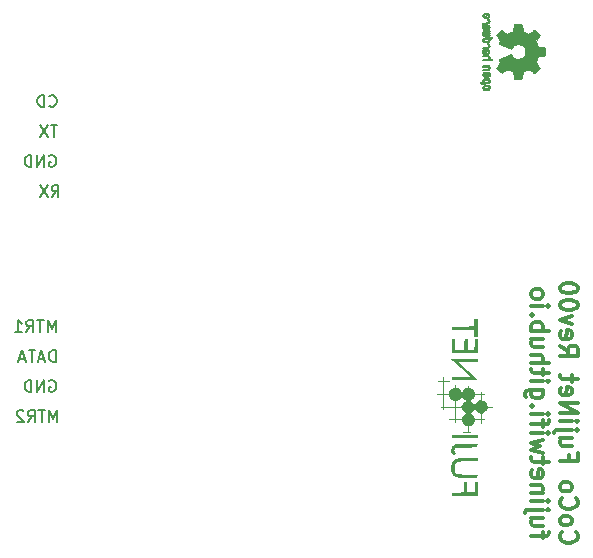
<source format=gbr>
%TF.GenerationSoftware,KiCad,Pcbnew,7.0.10*%
%TF.CreationDate,2024-01-20T13:47:53-06:00*%
%TF.ProjectId,CoCo-FujiNet-Rev00,436f436f-2d46-4756-9a69-4e65742d5265,Rev 00*%
%TF.SameCoordinates,Original*%
%TF.FileFunction,Legend,Bot*%
%TF.FilePolarity,Positive*%
%FSLAX46Y46*%
G04 Gerber Fmt 4.6, Leading zero omitted, Abs format (unit mm)*
G04 Created by KiCad (PCBNEW 7.0.10) date 2024-01-20 13:47:53*
%MOMM*%
%LPD*%
G01*
G04 APERTURE LIST*
%ADD10C,0.150000*%
%ADD11C,0.300000*%
%ADD12C,0.010000*%
G04 APERTURE END LIST*
D10*
X129203220Y-87499819D02*
X129203220Y-86499819D01*
X129203220Y-86499819D02*
X128869887Y-87214104D01*
X128869887Y-87214104D02*
X128536554Y-86499819D01*
X128536554Y-86499819D02*
X128536554Y-87499819D01*
X128203220Y-86499819D02*
X127631792Y-86499819D01*
X127917506Y-87499819D02*
X127917506Y-86499819D01*
X126727030Y-87499819D02*
X127060363Y-87023628D01*
X127298458Y-87499819D02*
X127298458Y-86499819D01*
X127298458Y-86499819D02*
X126917506Y-86499819D01*
X126917506Y-86499819D02*
X126822268Y-86547438D01*
X126822268Y-86547438D02*
X126774649Y-86595057D01*
X126774649Y-86595057D02*
X126727030Y-86690295D01*
X126727030Y-86690295D02*
X126727030Y-86833152D01*
X126727030Y-86833152D02*
X126774649Y-86928390D01*
X126774649Y-86928390D02*
X126822268Y-86976009D01*
X126822268Y-86976009D02*
X126917506Y-87023628D01*
X126917506Y-87023628D02*
X127298458Y-87023628D01*
X125774649Y-87499819D02*
X126346077Y-87499819D01*
X126060363Y-87499819D02*
X126060363Y-86499819D01*
X126060363Y-86499819D02*
X126155601Y-86642676D01*
X126155601Y-86642676D02*
X126250839Y-86737914D01*
X126250839Y-86737914D02*
X126346077Y-86785533D01*
X129203220Y-90039819D02*
X129203220Y-89039819D01*
X129203220Y-89039819D02*
X128965125Y-89039819D01*
X128965125Y-89039819D02*
X128822268Y-89087438D01*
X128822268Y-89087438D02*
X128727030Y-89182676D01*
X128727030Y-89182676D02*
X128679411Y-89277914D01*
X128679411Y-89277914D02*
X128631792Y-89468390D01*
X128631792Y-89468390D02*
X128631792Y-89611247D01*
X128631792Y-89611247D02*
X128679411Y-89801723D01*
X128679411Y-89801723D02*
X128727030Y-89896961D01*
X128727030Y-89896961D02*
X128822268Y-89992200D01*
X128822268Y-89992200D02*
X128965125Y-90039819D01*
X128965125Y-90039819D02*
X129203220Y-90039819D01*
X128250839Y-89754104D02*
X127774649Y-89754104D01*
X128346077Y-90039819D02*
X128012744Y-89039819D01*
X128012744Y-89039819D02*
X127679411Y-90039819D01*
X127488934Y-89039819D02*
X126917506Y-89039819D01*
X127203220Y-90039819D02*
X127203220Y-89039819D01*
X126631791Y-89754104D02*
X126155601Y-89754104D01*
X126727029Y-90039819D02*
X126393696Y-89039819D01*
X126393696Y-89039819D02*
X126060363Y-90039819D01*
X128876541Y-76069819D02*
X129209874Y-75593628D01*
X129447969Y-76069819D02*
X129447969Y-75069819D01*
X129447969Y-75069819D02*
X129067017Y-75069819D01*
X129067017Y-75069819D02*
X128971779Y-75117438D01*
X128971779Y-75117438D02*
X128924160Y-75165057D01*
X128924160Y-75165057D02*
X128876541Y-75260295D01*
X128876541Y-75260295D02*
X128876541Y-75403152D01*
X128876541Y-75403152D02*
X128924160Y-75498390D01*
X128924160Y-75498390D02*
X128971779Y-75546009D01*
X128971779Y-75546009D02*
X129067017Y-75593628D01*
X129067017Y-75593628D02*
X129447969Y-75593628D01*
X128543207Y-75069819D02*
X127876541Y-76069819D01*
X127876541Y-75069819D02*
X128543207Y-76069819D01*
D11*
X172048028Y-104432428D02*
X171976600Y-104503856D01*
X171976600Y-104503856D02*
X171905171Y-104718142D01*
X171905171Y-104718142D02*
X171905171Y-104860999D01*
X171905171Y-104860999D02*
X171976600Y-105075285D01*
X171976600Y-105075285D02*
X172119457Y-105218142D01*
X172119457Y-105218142D02*
X172262314Y-105289571D01*
X172262314Y-105289571D02*
X172548028Y-105360999D01*
X172548028Y-105360999D02*
X172762314Y-105360999D01*
X172762314Y-105360999D02*
X173048028Y-105289571D01*
X173048028Y-105289571D02*
X173190885Y-105218142D01*
X173190885Y-105218142D02*
X173333742Y-105075285D01*
X173333742Y-105075285D02*
X173405171Y-104860999D01*
X173405171Y-104860999D02*
X173405171Y-104718142D01*
X173405171Y-104718142D02*
X173333742Y-104503856D01*
X173333742Y-104503856D02*
X173262314Y-104432428D01*
X171905171Y-103575285D02*
X171976600Y-103718142D01*
X171976600Y-103718142D02*
X172048028Y-103789571D01*
X172048028Y-103789571D02*
X172190885Y-103860999D01*
X172190885Y-103860999D02*
X172619457Y-103860999D01*
X172619457Y-103860999D02*
X172762314Y-103789571D01*
X172762314Y-103789571D02*
X172833742Y-103718142D01*
X172833742Y-103718142D02*
X172905171Y-103575285D01*
X172905171Y-103575285D02*
X172905171Y-103360999D01*
X172905171Y-103360999D02*
X172833742Y-103218142D01*
X172833742Y-103218142D02*
X172762314Y-103146714D01*
X172762314Y-103146714D02*
X172619457Y-103075285D01*
X172619457Y-103075285D02*
X172190885Y-103075285D01*
X172190885Y-103075285D02*
X172048028Y-103146714D01*
X172048028Y-103146714D02*
X171976600Y-103218142D01*
X171976600Y-103218142D02*
X171905171Y-103360999D01*
X171905171Y-103360999D02*
X171905171Y-103575285D01*
X172048028Y-101575285D02*
X171976600Y-101646713D01*
X171976600Y-101646713D02*
X171905171Y-101860999D01*
X171905171Y-101860999D02*
X171905171Y-102003856D01*
X171905171Y-102003856D02*
X171976600Y-102218142D01*
X171976600Y-102218142D02*
X172119457Y-102360999D01*
X172119457Y-102360999D02*
X172262314Y-102432428D01*
X172262314Y-102432428D02*
X172548028Y-102503856D01*
X172548028Y-102503856D02*
X172762314Y-102503856D01*
X172762314Y-102503856D02*
X173048028Y-102432428D01*
X173048028Y-102432428D02*
X173190885Y-102360999D01*
X173190885Y-102360999D02*
X173333742Y-102218142D01*
X173333742Y-102218142D02*
X173405171Y-102003856D01*
X173405171Y-102003856D02*
X173405171Y-101860999D01*
X173405171Y-101860999D02*
X173333742Y-101646713D01*
X173333742Y-101646713D02*
X173262314Y-101575285D01*
X171905171Y-100718142D02*
X171976600Y-100860999D01*
X171976600Y-100860999D02*
X172048028Y-100932428D01*
X172048028Y-100932428D02*
X172190885Y-101003856D01*
X172190885Y-101003856D02*
X172619457Y-101003856D01*
X172619457Y-101003856D02*
X172762314Y-100932428D01*
X172762314Y-100932428D02*
X172833742Y-100860999D01*
X172833742Y-100860999D02*
X172905171Y-100718142D01*
X172905171Y-100718142D02*
X172905171Y-100503856D01*
X172905171Y-100503856D02*
X172833742Y-100360999D01*
X172833742Y-100360999D02*
X172762314Y-100289571D01*
X172762314Y-100289571D02*
X172619457Y-100218142D01*
X172619457Y-100218142D02*
X172190885Y-100218142D01*
X172190885Y-100218142D02*
X172048028Y-100289571D01*
X172048028Y-100289571D02*
X171976600Y-100360999D01*
X171976600Y-100360999D02*
X171905171Y-100503856D01*
X171905171Y-100503856D02*
X171905171Y-100718142D01*
X172690885Y-97932428D02*
X172690885Y-98432428D01*
X171905171Y-98432428D02*
X173405171Y-98432428D01*
X173405171Y-98432428D02*
X173405171Y-97718142D01*
X172905171Y-96503857D02*
X171905171Y-96503857D01*
X172905171Y-97146714D02*
X172119457Y-97146714D01*
X172119457Y-97146714D02*
X171976600Y-97075285D01*
X171976600Y-97075285D02*
X171905171Y-96932428D01*
X171905171Y-96932428D02*
X171905171Y-96718142D01*
X171905171Y-96718142D02*
X171976600Y-96575285D01*
X171976600Y-96575285D02*
X172048028Y-96503857D01*
X172905171Y-95789571D02*
X171619457Y-95789571D01*
X171619457Y-95789571D02*
X171476600Y-95860999D01*
X171476600Y-95860999D02*
X171405171Y-96003856D01*
X171405171Y-96003856D02*
X171405171Y-96075285D01*
X173405171Y-95789571D02*
X173333742Y-95860999D01*
X173333742Y-95860999D02*
X173262314Y-95789571D01*
X173262314Y-95789571D02*
X173333742Y-95718142D01*
X173333742Y-95718142D02*
X173405171Y-95789571D01*
X173405171Y-95789571D02*
X173262314Y-95789571D01*
X171905171Y-95075285D02*
X172905171Y-95075285D01*
X173405171Y-95075285D02*
X173333742Y-95146713D01*
X173333742Y-95146713D02*
X173262314Y-95075285D01*
X173262314Y-95075285D02*
X173333742Y-95003856D01*
X173333742Y-95003856D02*
X173405171Y-95075285D01*
X173405171Y-95075285D02*
X173262314Y-95075285D01*
X171905171Y-94360999D02*
X173405171Y-94360999D01*
X173405171Y-94360999D02*
X171905171Y-93503856D01*
X171905171Y-93503856D02*
X173405171Y-93503856D01*
X171976600Y-92218141D02*
X171905171Y-92360998D01*
X171905171Y-92360998D02*
X171905171Y-92646713D01*
X171905171Y-92646713D02*
X171976600Y-92789570D01*
X171976600Y-92789570D02*
X172119457Y-92860998D01*
X172119457Y-92860998D02*
X172690885Y-92860998D01*
X172690885Y-92860998D02*
X172833742Y-92789570D01*
X172833742Y-92789570D02*
X172905171Y-92646713D01*
X172905171Y-92646713D02*
X172905171Y-92360998D01*
X172905171Y-92360998D02*
X172833742Y-92218141D01*
X172833742Y-92218141D02*
X172690885Y-92146713D01*
X172690885Y-92146713D02*
X172548028Y-92146713D01*
X172548028Y-92146713D02*
X172405171Y-92860998D01*
X172905171Y-91718141D02*
X172905171Y-91146713D01*
X173405171Y-91503856D02*
X172119457Y-91503856D01*
X172119457Y-91503856D02*
X171976600Y-91432427D01*
X171976600Y-91432427D02*
X171905171Y-91289570D01*
X171905171Y-91289570D02*
X171905171Y-91146713D01*
X171905171Y-88646713D02*
X172619457Y-89146713D01*
X171905171Y-89503856D02*
X173405171Y-89503856D01*
X173405171Y-89503856D02*
X173405171Y-88932427D01*
X173405171Y-88932427D02*
X173333742Y-88789570D01*
X173333742Y-88789570D02*
X173262314Y-88718141D01*
X173262314Y-88718141D02*
X173119457Y-88646713D01*
X173119457Y-88646713D02*
X172905171Y-88646713D01*
X172905171Y-88646713D02*
X172762314Y-88718141D01*
X172762314Y-88718141D02*
X172690885Y-88789570D01*
X172690885Y-88789570D02*
X172619457Y-88932427D01*
X172619457Y-88932427D02*
X172619457Y-89503856D01*
X171976600Y-87432427D02*
X171905171Y-87575284D01*
X171905171Y-87575284D02*
X171905171Y-87860999D01*
X171905171Y-87860999D02*
X171976600Y-88003856D01*
X171976600Y-88003856D02*
X172119457Y-88075284D01*
X172119457Y-88075284D02*
X172690885Y-88075284D01*
X172690885Y-88075284D02*
X172833742Y-88003856D01*
X172833742Y-88003856D02*
X172905171Y-87860999D01*
X172905171Y-87860999D02*
X172905171Y-87575284D01*
X172905171Y-87575284D02*
X172833742Y-87432427D01*
X172833742Y-87432427D02*
X172690885Y-87360999D01*
X172690885Y-87360999D02*
X172548028Y-87360999D01*
X172548028Y-87360999D02*
X172405171Y-88075284D01*
X172905171Y-86860999D02*
X171905171Y-86503856D01*
X171905171Y-86503856D02*
X172905171Y-86146713D01*
X173405171Y-85289570D02*
X173405171Y-85146713D01*
X173405171Y-85146713D02*
X173333742Y-85003856D01*
X173333742Y-85003856D02*
X173262314Y-84932428D01*
X173262314Y-84932428D02*
X173119457Y-84860999D01*
X173119457Y-84860999D02*
X172833742Y-84789570D01*
X172833742Y-84789570D02*
X172476600Y-84789570D01*
X172476600Y-84789570D02*
X172190885Y-84860999D01*
X172190885Y-84860999D02*
X172048028Y-84932428D01*
X172048028Y-84932428D02*
X171976600Y-85003856D01*
X171976600Y-85003856D02*
X171905171Y-85146713D01*
X171905171Y-85146713D02*
X171905171Y-85289570D01*
X171905171Y-85289570D02*
X171976600Y-85432428D01*
X171976600Y-85432428D02*
X172048028Y-85503856D01*
X172048028Y-85503856D02*
X172190885Y-85575285D01*
X172190885Y-85575285D02*
X172476600Y-85646713D01*
X172476600Y-85646713D02*
X172833742Y-85646713D01*
X172833742Y-85646713D02*
X173119457Y-85575285D01*
X173119457Y-85575285D02*
X173262314Y-85503856D01*
X173262314Y-85503856D02*
X173333742Y-85432428D01*
X173333742Y-85432428D02*
X173405171Y-85289570D01*
X173405171Y-83860999D02*
X173405171Y-83718142D01*
X173405171Y-83718142D02*
X173333742Y-83575285D01*
X173333742Y-83575285D02*
X173262314Y-83503857D01*
X173262314Y-83503857D02*
X173119457Y-83432428D01*
X173119457Y-83432428D02*
X172833742Y-83360999D01*
X172833742Y-83360999D02*
X172476600Y-83360999D01*
X172476600Y-83360999D02*
X172190885Y-83432428D01*
X172190885Y-83432428D02*
X172048028Y-83503857D01*
X172048028Y-83503857D02*
X171976600Y-83575285D01*
X171976600Y-83575285D02*
X171905171Y-83718142D01*
X171905171Y-83718142D02*
X171905171Y-83860999D01*
X171905171Y-83860999D02*
X171976600Y-84003857D01*
X171976600Y-84003857D02*
X172048028Y-84075285D01*
X172048028Y-84075285D02*
X172190885Y-84146714D01*
X172190885Y-84146714D02*
X172476600Y-84218142D01*
X172476600Y-84218142D02*
X172833742Y-84218142D01*
X172833742Y-84218142D02*
X173119457Y-84146714D01*
X173119457Y-84146714D02*
X173262314Y-84075285D01*
X173262314Y-84075285D02*
X173333742Y-84003857D01*
X173333742Y-84003857D02*
X173405171Y-83860999D01*
X170490171Y-104968144D02*
X170490171Y-104396716D01*
X169490171Y-104753859D02*
X170775885Y-104753859D01*
X170775885Y-104753859D02*
X170918742Y-104682430D01*
X170918742Y-104682430D02*
X170990171Y-104539573D01*
X170990171Y-104539573D02*
X170990171Y-104396716D01*
X170490171Y-103253859D02*
X169490171Y-103253859D01*
X170490171Y-103896716D02*
X169704457Y-103896716D01*
X169704457Y-103896716D02*
X169561600Y-103825287D01*
X169561600Y-103825287D02*
X169490171Y-103682430D01*
X169490171Y-103682430D02*
X169490171Y-103468144D01*
X169490171Y-103468144D02*
X169561600Y-103325287D01*
X169561600Y-103325287D02*
X169633028Y-103253859D01*
X170490171Y-102539573D02*
X169204457Y-102539573D01*
X169204457Y-102539573D02*
X169061600Y-102611001D01*
X169061600Y-102611001D02*
X168990171Y-102753858D01*
X168990171Y-102753858D02*
X168990171Y-102825287D01*
X170990171Y-102539573D02*
X170918742Y-102611001D01*
X170918742Y-102611001D02*
X170847314Y-102539573D01*
X170847314Y-102539573D02*
X170918742Y-102468144D01*
X170918742Y-102468144D02*
X170990171Y-102539573D01*
X170990171Y-102539573D02*
X170847314Y-102539573D01*
X169490171Y-101825287D02*
X170490171Y-101825287D01*
X170990171Y-101825287D02*
X170918742Y-101896715D01*
X170918742Y-101896715D02*
X170847314Y-101825287D01*
X170847314Y-101825287D02*
X170918742Y-101753858D01*
X170918742Y-101753858D02*
X170990171Y-101825287D01*
X170990171Y-101825287D02*
X170847314Y-101825287D01*
X170490171Y-101111001D02*
X169490171Y-101111001D01*
X170347314Y-101111001D02*
X170418742Y-101039572D01*
X170418742Y-101039572D02*
X170490171Y-100896715D01*
X170490171Y-100896715D02*
X170490171Y-100682429D01*
X170490171Y-100682429D02*
X170418742Y-100539572D01*
X170418742Y-100539572D02*
X170275885Y-100468144D01*
X170275885Y-100468144D02*
X169490171Y-100468144D01*
X169561600Y-99182429D02*
X169490171Y-99325286D01*
X169490171Y-99325286D02*
X169490171Y-99611001D01*
X169490171Y-99611001D02*
X169561600Y-99753858D01*
X169561600Y-99753858D02*
X169704457Y-99825286D01*
X169704457Y-99825286D02*
X170275885Y-99825286D01*
X170275885Y-99825286D02*
X170418742Y-99753858D01*
X170418742Y-99753858D02*
X170490171Y-99611001D01*
X170490171Y-99611001D02*
X170490171Y-99325286D01*
X170490171Y-99325286D02*
X170418742Y-99182429D01*
X170418742Y-99182429D02*
X170275885Y-99111001D01*
X170275885Y-99111001D02*
X170133028Y-99111001D01*
X170133028Y-99111001D02*
X169990171Y-99825286D01*
X170490171Y-98682429D02*
X170490171Y-98111001D01*
X170990171Y-98468144D02*
X169704457Y-98468144D01*
X169704457Y-98468144D02*
X169561600Y-98396715D01*
X169561600Y-98396715D02*
X169490171Y-98253858D01*
X169490171Y-98253858D02*
X169490171Y-98111001D01*
X170490171Y-97753858D02*
X169490171Y-97468144D01*
X169490171Y-97468144D02*
X170204457Y-97182429D01*
X170204457Y-97182429D02*
X169490171Y-96896715D01*
X169490171Y-96896715D02*
X170490171Y-96611001D01*
X169490171Y-96039572D02*
X170490171Y-96039572D01*
X170990171Y-96039572D02*
X170918742Y-96111000D01*
X170918742Y-96111000D02*
X170847314Y-96039572D01*
X170847314Y-96039572D02*
X170918742Y-95968143D01*
X170918742Y-95968143D02*
X170990171Y-96039572D01*
X170990171Y-96039572D02*
X170847314Y-96039572D01*
X170490171Y-95539571D02*
X170490171Y-94968143D01*
X169490171Y-95325286D02*
X170775885Y-95325286D01*
X170775885Y-95325286D02*
X170918742Y-95253857D01*
X170918742Y-95253857D02*
X170990171Y-95111000D01*
X170990171Y-95111000D02*
X170990171Y-94968143D01*
X169490171Y-94468143D02*
X170490171Y-94468143D01*
X170990171Y-94468143D02*
X170918742Y-94539571D01*
X170918742Y-94539571D02*
X170847314Y-94468143D01*
X170847314Y-94468143D02*
X170918742Y-94396714D01*
X170918742Y-94396714D02*
X170990171Y-94468143D01*
X170990171Y-94468143D02*
X170847314Y-94468143D01*
X169633028Y-93753857D02*
X169561600Y-93682428D01*
X169561600Y-93682428D02*
X169490171Y-93753857D01*
X169490171Y-93753857D02*
X169561600Y-93825285D01*
X169561600Y-93825285D02*
X169633028Y-93753857D01*
X169633028Y-93753857D02*
X169490171Y-93753857D01*
X170490171Y-92396714D02*
X169275885Y-92396714D01*
X169275885Y-92396714D02*
X169133028Y-92468142D01*
X169133028Y-92468142D02*
X169061600Y-92539571D01*
X169061600Y-92539571D02*
X168990171Y-92682428D01*
X168990171Y-92682428D02*
X168990171Y-92896714D01*
X168990171Y-92896714D02*
X169061600Y-93039571D01*
X169561600Y-92396714D02*
X169490171Y-92539571D01*
X169490171Y-92539571D02*
X169490171Y-92825285D01*
X169490171Y-92825285D02*
X169561600Y-92968142D01*
X169561600Y-92968142D02*
X169633028Y-93039571D01*
X169633028Y-93039571D02*
X169775885Y-93110999D01*
X169775885Y-93110999D02*
X170204457Y-93110999D01*
X170204457Y-93110999D02*
X170347314Y-93039571D01*
X170347314Y-93039571D02*
X170418742Y-92968142D01*
X170418742Y-92968142D02*
X170490171Y-92825285D01*
X170490171Y-92825285D02*
X170490171Y-92539571D01*
X170490171Y-92539571D02*
X170418742Y-92396714D01*
X169490171Y-91682428D02*
X170490171Y-91682428D01*
X170990171Y-91682428D02*
X170918742Y-91753856D01*
X170918742Y-91753856D02*
X170847314Y-91682428D01*
X170847314Y-91682428D02*
X170918742Y-91610999D01*
X170918742Y-91610999D02*
X170990171Y-91682428D01*
X170990171Y-91682428D02*
X170847314Y-91682428D01*
X170490171Y-91182427D02*
X170490171Y-90610999D01*
X170990171Y-90968142D02*
X169704457Y-90968142D01*
X169704457Y-90968142D02*
X169561600Y-90896713D01*
X169561600Y-90896713D02*
X169490171Y-90753856D01*
X169490171Y-90753856D02*
X169490171Y-90610999D01*
X169490171Y-90110999D02*
X170990171Y-90110999D01*
X169490171Y-89468142D02*
X170275885Y-89468142D01*
X170275885Y-89468142D02*
X170418742Y-89539570D01*
X170418742Y-89539570D02*
X170490171Y-89682427D01*
X170490171Y-89682427D02*
X170490171Y-89896713D01*
X170490171Y-89896713D02*
X170418742Y-90039570D01*
X170418742Y-90039570D02*
X170347314Y-90110999D01*
X170490171Y-88110999D02*
X169490171Y-88110999D01*
X170490171Y-88753856D02*
X169704457Y-88753856D01*
X169704457Y-88753856D02*
X169561600Y-88682427D01*
X169561600Y-88682427D02*
X169490171Y-88539570D01*
X169490171Y-88539570D02*
X169490171Y-88325284D01*
X169490171Y-88325284D02*
X169561600Y-88182427D01*
X169561600Y-88182427D02*
X169633028Y-88110999D01*
X169490171Y-87396713D02*
X170990171Y-87396713D01*
X170418742Y-87396713D02*
X170490171Y-87253856D01*
X170490171Y-87253856D02*
X170490171Y-86968141D01*
X170490171Y-86968141D02*
X170418742Y-86825284D01*
X170418742Y-86825284D02*
X170347314Y-86753856D01*
X170347314Y-86753856D02*
X170204457Y-86682427D01*
X170204457Y-86682427D02*
X169775885Y-86682427D01*
X169775885Y-86682427D02*
X169633028Y-86753856D01*
X169633028Y-86753856D02*
X169561600Y-86825284D01*
X169561600Y-86825284D02*
X169490171Y-86968141D01*
X169490171Y-86968141D02*
X169490171Y-87253856D01*
X169490171Y-87253856D02*
X169561600Y-87396713D01*
X169633028Y-86039570D02*
X169561600Y-85968141D01*
X169561600Y-85968141D02*
X169490171Y-86039570D01*
X169490171Y-86039570D02*
X169561600Y-86110998D01*
X169561600Y-86110998D02*
X169633028Y-86039570D01*
X169633028Y-86039570D02*
X169490171Y-86039570D01*
X169490171Y-85325284D02*
X170490171Y-85325284D01*
X170990171Y-85325284D02*
X170918742Y-85396712D01*
X170918742Y-85396712D02*
X170847314Y-85325284D01*
X170847314Y-85325284D02*
X170918742Y-85253855D01*
X170918742Y-85253855D02*
X170990171Y-85325284D01*
X170990171Y-85325284D02*
X170847314Y-85325284D01*
X169490171Y-84396712D02*
X169561600Y-84539569D01*
X169561600Y-84539569D02*
X169633028Y-84610998D01*
X169633028Y-84610998D02*
X169775885Y-84682426D01*
X169775885Y-84682426D02*
X170204457Y-84682426D01*
X170204457Y-84682426D02*
X170347314Y-84610998D01*
X170347314Y-84610998D02*
X170418742Y-84539569D01*
X170418742Y-84539569D02*
X170490171Y-84396712D01*
X170490171Y-84396712D02*
X170490171Y-84182426D01*
X170490171Y-84182426D02*
X170418742Y-84039569D01*
X170418742Y-84039569D02*
X170347314Y-83968141D01*
X170347314Y-83968141D02*
X170204457Y-83896712D01*
X170204457Y-83896712D02*
X169775885Y-83896712D01*
X169775885Y-83896712D02*
X169633028Y-83968141D01*
X169633028Y-83968141D02*
X169561600Y-84039569D01*
X169561600Y-84039569D02*
X169490171Y-84182426D01*
X169490171Y-84182426D02*
X169490171Y-84396712D01*
D10*
X128679411Y-72577438D02*
X128774649Y-72529819D01*
X128774649Y-72529819D02*
X128917506Y-72529819D01*
X128917506Y-72529819D02*
X129060363Y-72577438D01*
X129060363Y-72577438D02*
X129155601Y-72672676D01*
X129155601Y-72672676D02*
X129203220Y-72767914D01*
X129203220Y-72767914D02*
X129250839Y-72958390D01*
X129250839Y-72958390D02*
X129250839Y-73101247D01*
X129250839Y-73101247D02*
X129203220Y-73291723D01*
X129203220Y-73291723D02*
X129155601Y-73386961D01*
X129155601Y-73386961D02*
X129060363Y-73482200D01*
X129060363Y-73482200D02*
X128917506Y-73529819D01*
X128917506Y-73529819D02*
X128822268Y-73529819D01*
X128822268Y-73529819D02*
X128679411Y-73482200D01*
X128679411Y-73482200D02*
X128631792Y-73434580D01*
X128631792Y-73434580D02*
X128631792Y-73101247D01*
X128631792Y-73101247D02*
X128822268Y-73101247D01*
X128203220Y-73529819D02*
X128203220Y-72529819D01*
X128203220Y-72529819D02*
X127631792Y-73529819D01*
X127631792Y-73529819D02*
X127631792Y-72529819D01*
X127155601Y-73529819D02*
X127155601Y-72529819D01*
X127155601Y-72529819D02*
X126917506Y-72529819D01*
X126917506Y-72529819D02*
X126774649Y-72577438D01*
X126774649Y-72577438D02*
X126679411Y-72672676D01*
X126679411Y-72672676D02*
X126631792Y-72767914D01*
X126631792Y-72767914D02*
X126584173Y-72958390D01*
X126584173Y-72958390D02*
X126584173Y-73101247D01*
X126584173Y-73101247D02*
X126631792Y-73291723D01*
X126631792Y-73291723D02*
X126679411Y-73386961D01*
X126679411Y-73386961D02*
X126774649Y-73482200D01*
X126774649Y-73482200D02*
X126917506Y-73529819D01*
X126917506Y-73529819D02*
X127155601Y-73529819D01*
X128670160Y-68354580D02*
X128717779Y-68402200D01*
X128717779Y-68402200D02*
X128860636Y-68449819D01*
X128860636Y-68449819D02*
X128955874Y-68449819D01*
X128955874Y-68449819D02*
X129098731Y-68402200D01*
X129098731Y-68402200D02*
X129193969Y-68306961D01*
X129193969Y-68306961D02*
X129241588Y-68211723D01*
X129241588Y-68211723D02*
X129289207Y-68021247D01*
X129289207Y-68021247D02*
X129289207Y-67878390D01*
X129289207Y-67878390D02*
X129241588Y-67687914D01*
X129241588Y-67687914D02*
X129193969Y-67592676D01*
X129193969Y-67592676D02*
X129098731Y-67497438D01*
X129098731Y-67497438D02*
X128955874Y-67449819D01*
X128955874Y-67449819D02*
X128860636Y-67449819D01*
X128860636Y-67449819D02*
X128717779Y-67497438D01*
X128717779Y-67497438D02*
X128670160Y-67545057D01*
X128241588Y-68449819D02*
X128241588Y-67449819D01*
X128241588Y-67449819D02*
X128003493Y-67449819D01*
X128003493Y-67449819D02*
X127860636Y-67497438D01*
X127860636Y-67497438D02*
X127765398Y-67592676D01*
X127765398Y-67592676D02*
X127717779Y-67687914D01*
X127717779Y-67687914D02*
X127670160Y-67878390D01*
X127670160Y-67878390D02*
X127670160Y-68021247D01*
X127670160Y-68021247D02*
X127717779Y-68211723D01*
X127717779Y-68211723D02*
X127765398Y-68306961D01*
X127765398Y-68306961D02*
X127860636Y-68402200D01*
X127860636Y-68402200D02*
X128003493Y-68449819D01*
X128003493Y-68449819D02*
X128241588Y-68449819D01*
X128679411Y-91627438D02*
X128774649Y-91579819D01*
X128774649Y-91579819D02*
X128917506Y-91579819D01*
X128917506Y-91579819D02*
X129060363Y-91627438D01*
X129060363Y-91627438D02*
X129155601Y-91722676D01*
X129155601Y-91722676D02*
X129203220Y-91817914D01*
X129203220Y-91817914D02*
X129250839Y-92008390D01*
X129250839Y-92008390D02*
X129250839Y-92151247D01*
X129250839Y-92151247D02*
X129203220Y-92341723D01*
X129203220Y-92341723D02*
X129155601Y-92436961D01*
X129155601Y-92436961D02*
X129060363Y-92532200D01*
X129060363Y-92532200D02*
X128917506Y-92579819D01*
X128917506Y-92579819D02*
X128822268Y-92579819D01*
X128822268Y-92579819D02*
X128679411Y-92532200D01*
X128679411Y-92532200D02*
X128631792Y-92484580D01*
X128631792Y-92484580D02*
X128631792Y-92151247D01*
X128631792Y-92151247D02*
X128822268Y-92151247D01*
X128203220Y-92579819D02*
X128203220Y-91579819D01*
X128203220Y-91579819D02*
X127631792Y-92579819D01*
X127631792Y-92579819D02*
X127631792Y-91579819D01*
X127155601Y-92579819D02*
X127155601Y-91579819D01*
X127155601Y-91579819D02*
X126917506Y-91579819D01*
X126917506Y-91579819D02*
X126774649Y-91627438D01*
X126774649Y-91627438D02*
X126679411Y-91722676D01*
X126679411Y-91722676D02*
X126631792Y-91817914D01*
X126631792Y-91817914D02*
X126584173Y-92008390D01*
X126584173Y-92008390D02*
X126584173Y-92151247D01*
X126584173Y-92151247D02*
X126631792Y-92341723D01*
X126631792Y-92341723D02*
X126679411Y-92436961D01*
X126679411Y-92436961D02*
X126774649Y-92532200D01*
X126774649Y-92532200D02*
X126917506Y-92579819D01*
X126917506Y-92579819D02*
X127155601Y-92579819D01*
X129330220Y-95119819D02*
X129330220Y-94119819D01*
X129330220Y-94119819D02*
X128996887Y-94834104D01*
X128996887Y-94834104D02*
X128663554Y-94119819D01*
X128663554Y-94119819D02*
X128663554Y-95119819D01*
X128330220Y-94119819D02*
X127758792Y-94119819D01*
X128044506Y-95119819D02*
X128044506Y-94119819D01*
X126854030Y-95119819D02*
X127187363Y-94643628D01*
X127425458Y-95119819D02*
X127425458Y-94119819D01*
X127425458Y-94119819D02*
X127044506Y-94119819D01*
X127044506Y-94119819D02*
X126949268Y-94167438D01*
X126949268Y-94167438D02*
X126901649Y-94215057D01*
X126901649Y-94215057D02*
X126854030Y-94310295D01*
X126854030Y-94310295D02*
X126854030Y-94453152D01*
X126854030Y-94453152D02*
X126901649Y-94548390D01*
X126901649Y-94548390D02*
X126949268Y-94596009D01*
X126949268Y-94596009D02*
X127044506Y-94643628D01*
X127044506Y-94643628D02*
X127425458Y-94643628D01*
X126473077Y-94215057D02*
X126425458Y-94167438D01*
X126425458Y-94167438D02*
X126330220Y-94119819D01*
X126330220Y-94119819D02*
X126092125Y-94119819D01*
X126092125Y-94119819D02*
X125996887Y-94167438D01*
X125996887Y-94167438D02*
X125949268Y-94215057D01*
X125949268Y-94215057D02*
X125901649Y-94310295D01*
X125901649Y-94310295D02*
X125901649Y-94405533D01*
X125901649Y-94405533D02*
X125949268Y-94548390D01*
X125949268Y-94548390D02*
X126520696Y-95119819D01*
X126520696Y-95119819D02*
X125901649Y-95119819D01*
X129352731Y-69989819D02*
X128781303Y-69989819D01*
X129067017Y-70989819D02*
X129067017Y-69989819D01*
X128543207Y-69989819D02*
X127876541Y-70989819D01*
X127876541Y-69989819D02*
X128543207Y-70989819D01*
%TO.C,REF\u002A\u002A*%
D12*
X165765820Y-61969101D02*
X165839114Y-61970216D01*
X165897150Y-61971952D01*
X165935337Y-61974167D01*
X165949086Y-61976721D01*
X165949049Y-61977256D01*
X165942207Y-61995808D01*
X165927132Y-62027153D01*
X165905178Y-62069608D01*
X165676760Y-62073604D01*
X165448343Y-62077600D01*
X165448343Y-62164686D01*
X165698714Y-62168657D01*
X165766773Y-62169916D01*
X165839518Y-62171718D01*
X165897270Y-62173671D01*
X165935352Y-62175612D01*
X165949086Y-62177377D01*
X165949038Y-62177885D01*
X165943985Y-62195482D01*
X165933151Y-62227834D01*
X165917217Y-62273543D01*
X165697294Y-62273765D01*
X165659091Y-62273988D01*
X165584854Y-62275531D01*
X165522855Y-62278292D01*
X165478692Y-62281977D01*
X165457959Y-62286292D01*
X165446869Y-62301732D01*
X165443444Y-62333241D01*
X165448343Y-62367886D01*
X165698714Y-62371857D01*
X165762337Y-62373278D01*
X165837644Y-62376225D01*
X165896714Y-62380079D01*
X165935282Y-62384542D01*
X165949086Y-62389317D01*
X165944718Y-62407941D01*
X165932242Y-62439774D01*
X165915398Y-62476743D01*
X165428804Y-62476743D01*
X165382873Y-62430812D01*
X165372573Y-62420320D01*
X165349680Y-62391255D01*
X165342265Y-62361943D01*
X165345679Y-62318326D01*
X165347886Y-62300568D01*
X165352555Y-62254767D01*
X165354415Y-62222743D01*
X165354131Y-62213244D01*
X165351052Y-62174274D01*
X165345679Y-62127160D01*
X165343832Y-62112085D01*
X165343107Y-62074110D01*
X165354571Y-62046325D01*
X165382873Y-62014674D01*
X165428804Y-61968743D01*
X165688945Y-61968743D01*
X165765820Y-61969101D01*
G36*
X165765820Y-61969101D02*
G01*
X165839114Y-61970216D01*
X165897150Y-61971952D01*
X165935337Y-61974167D01*
X165949086Y-61976721D01*
X165949049Y-61977256D01*
X165942207Y-61995808D01*
X165927132Y-62027153D01*
X165905178Y-62069608D01*
X165676760Y-62073604D01*
X165448343Y-62077600D01*
X165448343Y-62164686D01*
X165698714Y-62168657D01*
X165766773Y-62169916D01*
X165839518Y-62171718D01*
X165897270Y-62173671D01*
X165935352Y-62175612D01*
X165949086Y-62177377D01*
X165949038Y-62177885D01*
X165943985Y-62195482D01*
X165933151Y-62227834D01*
X165917217Y-62273543D01*
X165697294Y-62273765D01*
X165659091Y-62273988D01*
X165584854Y-62275531D01*
X165522855Y-62278292D01*
X165478692Y-62281977D01*
X165457959Y-62286292D01*
X165446869Y-62301732D01*
X165443444Y-62333241D01*
X165448343Y-62367886D01*
X165698714Y-62371857D01*
X165762337Y-62373278D01*
X165837644Y-62376225D01*
X165896714Y-62380079D01*
X165935282Y-62384542D01*
X165949086Y-62389317D01*
X165944718Y-62407941D01*
X165932242Y-62439774D01*
X165915398Y-62476743D01*
X165428804Y-62476743D01*
X165382873Y-62430812D01*
X165372573Y-62420320D01*
X165349680Y-62391255D01*
X165342265Y-62361943D01*
X165345679Y-62318326D01*
X165347886Y-62300568D01*
X165352555Y-62254767D01*
X165354415Y-62222743D01*
X165354131Y-62213244D01*
X165351052Y-62174274D01*
X165345679Y-62127160D01*
X165343832Y-62112085D01*
X165343107Y-62074110D01*
X165354571Y-62046325D01*
X165382873Y-62014674D01*
X165428804Y-61968743D01*
X165688945Y-61968743D01*
X165765820Y-61969101D01*
G37*
X165715904Y-66555833D02*
X165786118Y-66562937D01*
X165841688Y-66576815D01*
X165878699Y-66594649D01*
X165936267Y-66644855D01*
X165972038Y-66712885D01*
X165984335Y-66796158D01*
X165983669Y-66818398D01*
X165970053Y-66883891D01*
X165935751Y-66937687D01*
X165876662Y-66987057D01*
X165872278Y-66989995D01*
X165848701Y-67003287D01*
X165822051Y-67011932D01*
X165785841Y-67016904D01*
X165733587Y-67019174D01*
X165663808Y-67019678D01*
X165658800Y-67019714D01*
X165643065Y-67019701D01*
X165572881Y-67018914D01*
X165523978Y-67016210D01*
X165489822Y-67010606D01*
X165463876Y-67001119D01*
X165439603Y-66986768D01*
X165434567Y-66983237D01*
X165394857Y-66945878D01*
X165364908Y-66903311D01*
X165355190Y-66881452D01*
X165340612Y-66810814D01*
X165474320Y-66810814D01*
X165499143Y-66845543D01*
X165505675Y-66851584D01*
X165525221Y-66863417D01*
X165553614Y-66870404D01*
X165597570Y-66873727D01*
X165663808Y-66874571D01*
X165725850Y-66873125D01*
X165784958Y-66865907D01*
X165822314Y-66851006D01*
X165841848Y-66826636D01*
X165847486Y-66791008D01*
X165846365Y-66777440D01*
X165825806Y-66739430D01*
X165779701Y-66714312D01*
X165708487Y-66702248D01*
X165612601Y-66703402D01*
X165606431Y-66703866D01*
X165553522Y-66710629D01*
X165519971Y-66722671D01*
X165496984Y-66743005D01*
X165475452Y-66777097D01*
X165474320Y-66810814D01*
X165340612Y-66810814D01*
X165338980Y-66802908D01*
X165349465Y-66725231D01*
X165385293Y-66653645D01*
X165445113Y-66593374D01*
X165453127Y-66588286D01*
X165499658Y-66571730D01*
X165564448Y-66560573D01*
X165639273Y-66555160D01*
X165715904Y-66555833D01*
G36*
X165715904Y-66555833D02*
G01*
X165786118Y-66562937D01*
X165841688Y-66576815D01*
X165878699Y-66594649D01*
X165936267Y-66644855D01*
X165972038Y-66712885D01*
X165984335Y-66796158D01*
X165983669Y-66818398D01*
X165970053Y-66883891D01*
X165935751Y-66937687D01*
X165876662Y-66987057D01*
X165872278Y-66989995D01*
X165848701Y-67003287D01*
X165822051Y-67011932D01*
X165785841Y-67016904D01*
X165733587Y-67019174D01*
X165663808Y-67019678D01*
X165658800Y-67019714D01*
X165643065Y-67019701D01*
X165572881Y-67018914D01*
X165523978Y-67016210D01*
X165489822Y-67010606D01*
X165463876Y-67001119D01*
X165439603Y-66986768D01*
X165434567Y-66983237D01*
X165394857Y-66945878D01*
X165364908Y-66903311D01*
X165355190Y-66881452D01*
X165340612Y-66810814D01*
X165474320Y-66810814D01*
X165499143Y-66845543D01*
X165505675Y-66851584D01*
X165525221Y-66863417D01*
X165553614Y-66870404D01*
X165597570Y-66873727D01*
X165663808Y-66874571D01*
X165725850Y-66873125D01*
X165784958Y-66865907D01*
X165822314Y-66851006D01*
X165841848Y-66826636D01*
X165847486Y-66791008D01*
X165846365Y-66777440D01*
X165825806Y-66739430D01*
X165779701Y-66714312D01*
X165708487Y-66702248D01*
X165612601Y-66703402D01*
X165606431Y-66703866D01*
X165553522Y-66710629D01*
X165519971Y-66722671D01*
X165496984Y-66743005D01*
X165475452Y-66777097D01*
X165474320Y-66810814D01*
X165340612Y-66810814D01*
X165338980Y-66802908D01*
X165349465Y-66725231D01*
X165385293Y-66653645D01*
X165445113Y-66593374D01*
X165453127Y-66588286D01*
X165499658Y-66571730D01*
X165564448Y-66560573D01*
X165639273Y-66555160D01*
X165715904Y-66555833D01*
G37*
X165581818Y-60531742D02*
X165562644Y-60563424D01*
X165517653Y-60590962D01*
X165503248Y-60596711D01*
X165462454Y-60628855D01*
X165441919Y-60672611D01*
X165443765Y-60720254D01*
X165470114Y-60764057D01*
X165486545Y-60779111D01*
X165511333Y-60792763D01*
X165533856Y-60788493D01*
X165557036Y-60763916D01*
X165583798Y-60716651D01*
X165617066Y-60644314D01*
X165682184Y-60495543D01*
X165746692Y-60491595D01*
X165794936Y-60493338D01*
X165855904Y-60515281D01*
X165889503Y-60542979D01*
X165927034Y-60600405D01*
X165945994Y-60668527D01*
X165944493Y-60738947D01*
X165920645Y-60803267D01*
X165911487Y-60817426D01*
X165883151Y-60849904D01*
X165847305Y-60872116D01*
X165798616Y-60885804D01*
X165731751Y-60892715D01*
X165687753Y-60893628D01*
X165641378Y-60894590D01*
X165602695Y-60894307D01*
X165526479Y-60890762D01*
X165470706Y-60881483D01*
X165429387Y-60864375D01*
X165396533Y-60837344D01*
X165369384Y-60802444D01*
X165658800Y-60802444D01*
X165662874Y-60804977D01*
X165687753Y-60805993D01*
X165727743Y-60802369D01*
X165766848Y-60793242D01*
X165816116Y-60764773D01*
X165843878Y-60723678D01*
X165847636Y-60674590D01*
X165824891Y-60622144D01*
X165813519Y-60607609D01*
X165787780Y-60590010D01*
X165762343Y-60597368D01*
X165735186Y-60630848D01*
X165704286Y-60691614D01*
X165699810Y-60701669D01*
X165678983Y-60749751D01*
X165664335Y-60785726D01*
X165658800Y-60802444D01*
X165369384Y-60802444D01*
X165366154Y-60798292D01*
X165352340Y-60773445D01*
X165343035Y-60733615D01*
X165343770Y-60677665D01*
X165346717Y-60646385D01*
X165355717Y-60608653D01*
X165375280Y-60578494D01*
X165411733Y-60543408D01*
X165417057Y-60538720D01*
X165458031Y-60507177D01*
X165493717Y-60492128D01*
X165536034Y-60488286D01*
X165598221Y-60488286D01*
X165581818Y-60531742D01*
G36*
X165581818Y-60531742D02*
G01*
X165562644Y-60563424D01*
X165517653Y-60590962D01*
X165503248Y-60596711D01*
X165462454Y-60628855D01*
X165441919Y-60672611D01*
X165443765Y-60720254D01*
X165470114Y-60764057D01*
X165486545Y-60779111D01*
X165511333Y-60792763D01*
X165533856Y-60788493D01*
X165557036Y-60763916D01*
X165583798Y-60716651D01*
X165617066Y-60644314D01*
X165682184Y-60495543D01*
X165746692Y-60491595D01*
X165794936Y-60493338D01*
X165855904Y-60515281D01*
X165889503Y-60542979D01*
X165927034Y-60600405D01*
X165945994Y-60668527D01*
X165944493Y-60738947D01*
X165920645Y-60803267D01*
X165911487Y-60817426D01*
X165883151Y-60849904D01*
X165847305Y-60872116D01*
X165798616Y-60885804D01*
X165731751Y-60892715D01*
X165687753Y-60893628D01*
X165641378Y-60894590D01*
X165602695Y-60894307D01*
X165526479Y-60890762D01*
X165470706Y-60881483D01*
X165429387Y-60864375D01*
X165396533Y-60837344D01*
X165369384Y-60802444D01*
X165658800Y-60802444D01*
X165662874Y-60804977D01*
X165687753Y-60805993D01*
X165727743Y-60802369D01*
X165766848Y-60793242D01*
X165816116Y-60764773D01*
X165843878Y-60723678D01*
X165847636Y-60674590D01*
X165824891Y-60622144D01*
X165813519Y-60607609D01*
X165787780Y-60590010D01*
X165762343Y-60597368D01*
X165735186Y-60630848D01*
X165704286Y-60691614D01*
X165699810Y-60701669D01*
X165678983Y-60749751D01*
X165664335Y-60785726D01*
X165658800Y-60802444D01*
X165369384Y-60802444D01*
X165366154Y-60798292D01*
X165352340Y-60773445D01*
X165343035Y-60733615D01*
X165343770Y-60677665D01*
X165346717Y-60646385D01*
X165355717Y-60608653D01*
X165375280Y-60578494D01*
X165411733Y-60543408D01*
X165417057Y-60538720D01*
X165458031Y-60507177D01*
X165493717Y-60492128D01*
X165536034Y-60488286D01*
X165598221Y-60488286D01*
X165581818Y-60531742D01*
G37*
X165660289Y-64900884D02*
X165743108Y-64903086D01*
X165804773Y-64908661D01*
X165850252Y-64918941D01*
X165884516Y-64935258D01*
X165912534Y-64958943D01*
X165939277Y-64991328D01*
X165966220Y-65037907D01*
X165983809Y-65111287D01*
X165976178Y-65185020D01*
X165944320Y-65252810D01*
X165889230Y-65308366D01*
X165871984Y-65319881D01*
X165852438Y-65329432D01*
X165827802Y-65336206D01*
X165793289Y-65340819D01*
X165744111Y-65343888D01*
X165675481Y-65346029D01*
X165582611Y-65347859D01*
X165324993Y-65352404D01*
X165339509Y-65314225D01*
X165352844Y-65279268D01*
X165365677Y-65253097D01*
X165382220Y-65236013D01*
X165407535Y-65226086D01*
X165446684Y-65221386D01*
X165504732Y-65219982D01*
X165586739Y-65219943D01*
X165652105Y-65219744D01*
X165714827Y-65218559D01*
X165757666Y-65215729D01*
X165785780Y-65210609D01*
X165804325Y-65202553D01*
X165818457Y-65190914D01*
X165838400Y-65162303D01*
X165845917Y-65114239D01*
X165826921Y-65066688D01*
X165824489Y-65063550D01*
X165813252Y-65053769D01*
X165795230Y-65046553D01*
X165765974Y-65041299D01*
X165721038Y-65037402D01*
X165655972Y-65034256D01*
X165566330Y-65031257D01*
X165326303Y-65024000D01*
X165353956Y-64962314D01*
X165381609Y-64900629D01*
X165600754Y-64900629D01*
X165660289Y-64900884D01*
G36*
X165660289Y-64900884D02*
G01*
X165743108Y-64903086D01*
X165804773Y-64908661D01*
X165850252Y-64918941D01*
X165884516Y-64935258D01*
X165912534Y-64958943D01*
X165939277Y-64991328D01*
X165966220Y-65037907D01*
X165983809Y-65111287D01*
X165976178Y-65185020D01*
X165944320Y-65252810D01*
X165889230Y-65308366D01*
X165871984Y-65319881D01*
X165852438Y-65329432D01*
X165827802Y-65336206D01*
X165793289Y-65340819D01*
X165744111Y-65343888D01*
X165675481Y-65346029D01*
X165582611Y-65347859D01*
X165324993Y-65352404D01*
X165339509Y-65314225D01*
X165352844Y-65279268D01*
X165365677Y-65253097D01*
X165382220Y-65236013D01*
X165407535Y-65226086D01*
X165446684Y-65221386D01*
X165504732Y-65219982D01*
X165586739Y-65219943D01*
X165652105Y-65219744D01*
X165714827Y-65218559D01*
X165757666Y-65215729D01*
X165785780Y-65210609D01*
X165804325Y-65202553D01*
X165818457Y-65190914D01*
X165838400Y-65162303D01*
X165845917Y-65114239D01*
X165826921Y-65066688D01*
X165824489Y-65063550D01*
X165813252Y-65053769D01*
X165795230Y-65046553D01*
X165765974Y-65041299D01*
X165721038Y-65037402D01*
X165655972Y-65034256D01*
X165566330Y-65031257D01*
X165326303Y-65024000D01*
X165353956Y-64962314D01*
X165381609Y-64900629D01*
X165600754Y-64900629D01*
X165660289Y-64900884D01*
G37*
X165796849Y-60985336D02*
X165847453Y-61007235D01*
X165894872Y-61042644D01*
X165927666Y-61084052D01*
X165935248Y-61101400D01*
X165947924Y-61167089D01*
X165942903Y-61236829D01*
X165920645Y-61296753D01*
X165903920Y-61321673D01*
X165879957Y-61346910D01*
X165849474Y-61364912D01*
X165807977Y-61376858D01*
X165750968Y-61383930D01*
X165673953Y-61387308D01*
X165572435Y-61388171D01*
X165519973Y-61388002D01*
X165448285Y-61387153D01*
X165391075Y-61385711D01*
X165353191Y-61383814D01*
X165339486Y-61381597D01*
X165344019Y-61367172D01*
X165356330Y-61338054D01*
X165356728Y-61337181D01*
X165364644Y-61322060D01*
X165375505Y-61311891D01*
X165394529Y-61305691D01*
X165426931Y-61302478D01*
X165477929Y-61301270D01*
X165552739Y-61301086D01*
X165600196Y-61300714D01*
X165689385Y-61296750D01*
X165754713Y-61287673D01*
X165799607Y-61272524D01*
X165827493Y-61250345D01*
X165841797Y-61220175D01*
X165842794Y-61215990D01*
X165843573Y-61159480D01*
X165818256Y-61115410D01*
X165767498Y-61084972D01*
X165752825Y-61079544D01*
X165720351Y-61067171D01*
X165705428Y-61060905D01*
X165707484Y-61048036D01*
X165718643Y-61019933D01*
X165737073Y-60993721D01*
X165771902Y-60981771D01*
X165796849Y-60985336D01*
G36*
X165796849Y-60985336D02*
G01*
X165847453Y-61007235D01*
X165894872Y-61042644D01*
X165927666Y-61084052D01*
X165935248Y-61101400D01*
X165947924Y-61167089D01*
X165942903Y-61236829D01*
X165920645Y-61296753D01*
X165903920Y-61321673D01*
X165879957Y-61346910D01*
X165849474Y-61364912D01*
X165807977Y-61376858D01*
X165750968Y-61383930D01*
X165673953Y-61387308D01*
X165572435Y-61388171D01*
X165519973Y-61388002D01*
X165448285Y-61387153D01*
X165391075Y-61385711D01*
X165353191Y-61383814D01*
X165339486Y-61381597D01*
X165344019Y-61367172D01*
X165356330Y-61338054D01*
X165356728Y-61337181D01*
X165364644Y-61322060D01*
X165375505Y-61311891D01*
X165394529Y-61305691D01*
X165426931Y-61302478D01*
X165477929Y-61301270D01*
X165552739Y-61301086D01*
X165600196Y-61300714D01*
X165689385Y-61296750D01*
X165754713Y-61287673D01*
X165799607Y-61272524D01*
X165827493Y-61250345D01*
X165841797Y-61220175D01*
X165842794Y-61215990D01*
X165843573Y-61159480D01*
X165818256Y-61115410D01*
X165767498Y-61084972D01*
X165752825Y-61079544D01*
X165720351Y-61067171D01*
X165705428Y-61060905D01*
X165707484Y-61048036D01*
X165718643Y-61019933D01*
X165737073Y-60993721D01*
X165771902Y-60981771D01*
X165796849Y-60985336D01*
G37*
X166145638Y-62611000D02*
X166140230Y-62623472D01*
X166128015Y-62643324D01*
X166109518Y-62654687D01*
X166077171Y-62660933D01*
X166023407Y-62665429D01*
X165975134Y-62669535D01*
X165943443Y-62674963D01*
X165931617Y-62682739D01*
X165934788Y-62694457D01*
X165945933Y-62724318D01*
X165948696Y-62777684D01*
X165938375Y-62835093D01*
X165916139Y-62884625D01*
X165895557Y-62911876D01*
X165855400Y-62946865D01*
X165803914Y-62969274D01*
X165735432Y-62981190D01*
X165648353Y-62984542D01*
X165644286Y-62984698D01*
X165587687Y-62983537D01*
X165510538Y-62975345D01*
X165452724Y-62957519D01*
X165408578Y-62927975D01*
X165372432Y-62884625D01*
X165351537Y-62843332D01*
X165339910Y-62773987D01*
X165344259Y-62750299D01*
X165444581Y-62750299D01*
X165447110Y-62800635D01*
X165476712Y-62847517D01*
X165492047Y-62861477D01*
X165512378Y-62873160D01*
X165540486Y-62879686D01*
X165583450Y-62882524D01*
X165648353Y-62883143D01*
X165697878Y-62882837D01*
X165746218Y-62880722D01*
X165777413Y-62875390D01*
X165798353Y-62865460D01*
X165815927Y-62849550D01*
X165823841Y-62840204D01*
X165845157Y-62791776D01*
X165841802Y-62741040D01*
X165813893Y-62696987D01*
X165802827Y-62687504D01*
X165781991Y-62675939D01*
X165752894Y-62669252D01*
X165708619Y-62666173D01*
X165642252Y-62665429D01*
X165589423Y-62665772D01*
X165541638Y-62667942D01*
X165510791Y-62673307D01*
X165490065Y-62683217D01*
X165472644Y-62699021D01*
X165469295Y-62702724D01*
X165444581Y-62750299D01*
X165344259Y-62750299D01*
X165352623Y-62704736D01*
X165388055Y-62642145D01*
X165444582Y-62592779D01*
X165455005Y-62586818D01*
X165473267Y-62578945D01*
X165496571Y-62573106D01*
X165528915Y-62568999D01*
X165574296Y-62566325D01*
X165636713Y-62564781D01*
X165720163Y-62564067D01*
X165828642Y-62563883D01*
X166165399Y-62563829D01*
X166145638Y-62611000D01*
G36*
X166145638Y-62611000D02*
G01*
X166140230Y-62623472D01*
X166128015Y-62643324D01*
X166109518Y-62654687D01*
X166077171Y-62660933D01*
X166023407Y-62665429D01*
X165975134Y-62669535D01*
X165943443Y-62674963D01*
X165931617Y-62682739D01*
X165934788Y-62694457D01*
X165945933Y-62724318D01*
X165948696Y-62777684D01*
X165938375Y-62835093D01*
X165916139Y-62884625D01*
X165895557Y-62911876D01*
X165855400Y-62946865D01*
X165803914Y-62969274D01*
X165735432Y-62981190D01*
X165648353Y-62984542D01*
X165644286Y-62984698D01*
X165587687Y-62983537D01*
X165510538Y-62975345D01*
X165452724Y-62957519D01*
X165408578Y-62927975D01*
X165372432Y-62884625D01*
X165351537Y-62843332D01*
X165339910Y-62773987D01*
X165344259Y-62750299D01*
X165444581Y-62750299D01*
X165447110Y-62800635D01*
X165476712Y-62847517D01*
X165492047Y-62861477D01*
X165512378Y-62873160D01*
X165540486Y-62879686D01*
X165583450Y-62882524D01*
X165648353Y-62883143D01*
X165697878Y-62882837D01*
X165746218Y-62880722D01*
X165777413Y-62875390D01*
X165798353Y-62865460D01*
X165815927Y-62849550D01*
X165823841Y-62840204D01*
X165845157Y-62791776D01*
X165841802Y-62741040D01*
X165813893Y-62696987D01*
X165802827Y-62687504D01*
X165781991Y-62675939D01*
X165752894Y-62669252D01*
X165708619Y-62666173D01*
X165642252Y-62665429D01*
X165589423Y-62665772D01*
X165541638Y-62667942D01*
X165510791Y-62673307D01*
X165490065Y-62683217D01*
X165472644Y-62699021D01*
X165469295Y-62702724D01*
X165444581Y-62750299D01*
X165344259Y-62750299D01*
X165352623Y-62704736D01*
X165388055Y-62642145D01*
X165444582Y-62592779D01*
X165455005Y-62586818D01*
X165473267Y-62578945D01*
X165496571Y-62573106D01*
X165528915Y-62568999D01*
X165574296Y-62566325D01*
X165636713Y-62564781D01*
X165720163Y-62564067D01*
X165828642Y-62563883D01*
X166165399Y-62563829D01*
X166145638Y-62611000D01*
G37*
X165576763Y-64058823D02*
X165595049Y-64058857D01*
X165690374Y-64060778D01*
X165762457Y-64066678D01*
X165816187Y-64078001D01*
X165856451Y-64096187D01*
X165888139Y-64122679D01*
X165916139Y-64158918D01*
X165933667Y-64194263D01*
X165947215Y-64250773D01*
X165947985Y-64306356D01*
X165934805Y-64349086D01*
X165932985Y-64352298D01*
X165933180Y-64362205D01*
X165948428Y-64368975D01*
X165983387Y-64373861D01*
X166042711Y-64378114D01*
X166164453Y-64385371D01*
X166144556Y-64432543D01*
X166124658Y-64479714D01*
X165727491Y-64479714D01*
X165624502Y-64479519D01*
X165531859Y-64478998D01*
X165453300Y-64478199D01*
X165392561Y-64477172D01*
X165353377Y-64475963D01*
X165339486Y-64474623D01*
X165339532Y-64474099D01*
X165344580Y-64456287D01*
X165355420Y-64423823D01*
X165371354Y-64378114D01*
X165575827Y-64378114D01*
X165656168Y-64377824D01*
X165714438Y-64376474D01*
X165754091Y-64373369D01*
X165780382Y-64367812D01*
X165798564Y-64359107D01*
X165813893Y-64346556D01*
X165822045Y-64337999D01*
X165844625Y-64291728D01*
X165842625Y-64240728D01*
X165815927Y-64193993D01*
X165809302Y-64187189D01*
X165795544Y-64176293D01*
X165777358Y-64168836D01*
X165749823Y-64164169D01*
X165708019Y-64161642D01*
X165647027Y-64160602D01*
X165561927Y-64160400D01*
X165518766Y-64160303D01*
X165447776Y-64159674D01*
X165390924Y-64158556D01*
X165353172Y-64157063D01*
X165339486Y-64155309D01*
X165339532Y-64154785D01*
X165344580Y-64136973D01*
X165355420Y-64104509D01*
X165371354Y-64058800D01*
X165576763Y-64058823D01*
G36*
X165576763Y-64058823D02*
G01*
X165595049Y-64058857D01*
X165690374Y-64060778D01*
X165762457Y-64066678D01*
X165816187Y-64078001D01*
X165856451Y-64096187D01*
X165888139Y-64122679D01*
X165916139Y-64158918D01*
X165933667Y-64194263D01*
X165947215Y-64250773D01*
X165947985Y-64306356D01*
X165934805Y-64349086D01*
X165932985Y-64352298D01*
X165933180Y-64362205D01*
X165948428Y-64368975D01*
X165983387Y-64373861D01*
X166042711Y-64378114D01*
X166164453Y-64385371D01*
X166144556Y-64432543D01*
X166124658Y-64479714D01*
X165727491Y-64479714D01*
X165624502Y-64479519D01*
X165531859Y-64478998D01*
X165453300Y-64478199D01*
X165392561Y-64477172D01*
X165353377Y-64475963D01*
X165339486Y-64474623D01*
X165339532Y-64474099D01*
X165344580Y-64456287D01*
X165355420Y-64423823D01*
X165371354Y-64378114D01*
X165575827Y-64378114D01*
X165656168Y-64377824D01*
X165714438Y-64376474D01*
X165754091Y-64373369D01*
X165780382Y-64367812D01*
X165798564Y-64359107D01*
X165813893Y-64346556D01*
X165822045Y-64337999D01*
X165844625Y-64291728D01*
X165842625Y-64240728D01*
X165815927Y-64193993D01*
X165809302Y-64187189D01*
X165795544Y-64176293D01*
X165777358Y-64168836D01*
X165749823Y-64164169D01*
X165708019Y-64161642D01*
X165647027Y-64160602D01*
X165561927Y-64160400D01*
X165518766Y-64160303D01*
X165447776Y-64159674D01*
X165390924Y-64158556D01*
X165353172Y-64157063D01*
X165339486Y-64155309D01*
X165339532Y-64154785D01*
X165344580Y-64136973D01*
X165355420Y-64104509D01*
X165371354Y-64058800D01*
X165576763Y-64058823D01*
G37*
X165590922Y-63553371D02*
X165604568Y-63553736D01*
X165700349Y-63557904D01*
X165772538Y-63565268D01*
X165825942Y-63577330D01*
X165865367Y-63595593D01*
X165895620Y-63621560D01*
X165921507Y-63656733D01*
X165921913Y-63657384D01*
X165943032Y-63714256D01*
X165946600Y-63780033D01*
X165933431Y-63843483D01*
X165904339Y-63893376D01*
X165881673Y-63915325D01*
X165813918Y-63957504D01*
X165740050Y-63971714D01*
X165689230Y-63971714D01*
X165708872Y-63924999D01*
X165728692Y-63892692D01*
X165769840Y-63867231D01*
X165778325Y-63864616D01*
X165821549Y-63836478D01*
X165844897Y-63794067D01*
X165845900Y-63745370D01*
X165822086Y-63698373D01*
X165815944Y-63691357D01*
X165789255Y-63667893D01*
X165765986Y-63664019D01*
X165743138Y-63681768D01*
X165717713Y-63723179D01*
X165686712Y-63790286D01*
X165684748Y-63794824D01*
X165650010Y-63869322D01*
X165619237Y-63920203D01*
X165588512Y-63951525D01*
X165553918Y-63967343D01*
X165511538Y-63971714D01*
X165464554Y-63965986D01*
X165404415Y-63937062D01*
X165361212Y-63886178D01*
X165348241Y-63849374D01*
X165341144Y-63797434D01*
X165342660Y-63746999D01*
X165353368Y-63710983D01*
X165356034Y-63707158D01*
X165374663Y-63696998D01*
X165407495Y-63704048D01*
X165433265Y-63716297D01*
X165443994Y-63735939D01*
X165443461Y-63773191D01*
X165446538Y-63824908D01*
X165467788Y-63858701D01*
X165507123Y-63870114D01*
X165508253Y-63870104D01*
X165531087Y-63863187D01*
X165552037Y-63839659D01*
X165576185Y-63793914D01*
X165605259Y-63731704D01*
X165621075Y-63690499D01*
X165620056Y-63666712D01*
X165599163Y-63655597D01*
X165555359Y-63652408D01*
X165485607Y-63652400D01*
X165442548Y-63652044D01*
X165389374Y-63650413D01*
X165352978Y-63647761D01*
X165339486Y-63644422D01*
X165339577Y-63643530D01*
X165346890Y-63624237D01*
X165362322Y-63592284D01*
X165385158Y-63548124D01*
X165590922Y-63553371D01*
G36*
X165590922Y-63553371D02*
G01*
X165604568Y-63553736D01*
X165700349Y-63557904D01*
X165772538Y-63565268D01*
X165825942Y-63577330D01*
X165865367Y-63595593D01*
X165895620Y-63621560D01*
X165921507Y-63656733D01*
X165921913Y-63657384D01*
X165943032Y-63714256D01*
X165946600Y-63780033D01*
X165933431Y-63843483D01*
X165904339Y-63893376D01*
X165881673Y-63915325D01*
X165813918Y-63957504D01*
X165740050Y-63971714D01*
X165689230Y-63971714D01*
X165708872Y-63924999D01*
X165728692Y-63892692D01*
X165769840Y-63867231D01*
X165778325Y-63864616D01*
X165821549Y-63836478D01*
X165844897Y-63794067D01*
X165845900Y-63745370D01*
X165822086Y-63698373D01*
X165815944Y-63691357D01*
X165789255Y-63667893D01*
X165765986Y-63664019D01*
X165743138Y-63681768D01*
X165717713Y-63723179D01*
X165686712Y-63790286D01*
X165684748Y-63794824D01*
X165650010Y-63869322D01*
X165619237Y-63920203D01*
X165588512Y-63951525D01*
X165553918Y-63967343D01*
X165511538Y-63971714D01*
X165464554Y-63965986D01*
X165404415Y-63937062D01*
X165361212Y-63886178D01*
X165348241Y-63849374D01*
X165341144Y-63797434D01*
X165342660Y-63746999D01*
X165353368Y-63710983D01*
X165356034Y-63707158D01*
X165374663Y-63696998D01*
X165407495Y-63704048D01*
X165433265Y-63716297D01*
X165443994Y-63735939D01*
X165443461Y-63773191D01*
X165446538Y-63824908D01*
X165467788Y-63858701D01*
X165507123Y-63870114D01*
X165508253Y-63870104D01*
X165531087Y-63863187D01*
X165552037Y-63839659D01*
X165576185Y-63793914D01*
X165605259Y-63731704D01*
X165621075Y-63690499D01*
X165620056Y-63666712D01*
X165599163Y-63655597D01*
X165555359Y-63652408D01*
X165485607Y-63652400D01*
X165442548Y-63652044D01*
X165389374Y-63650413D01*
X165352978Y-63647761D01*
X165339486Y-63644422D01*
X165339577Y-63643530D01*
X165346890Y-63624237D01*
X165362322Y-63592284D01*
X165385158Y-63548124D01*
X165590922Y-63553371D01*
G37*
X168397524Y-61460760D02*
X168492708Y-61461082D01*
X168563745Y-61462033D01*
X168614266Y-61463896D01*
X168647902Y-61466955D01*
X168668282Y-61471494D01*
X168679038Y-61477795D01*
X168683801Y-61486143D01*
X168685730Y-61494224D01*
X168692555Y-61527172D01*
X168702978Y-61579736D01*
X168715982Y-61646569D01*
X168730551Y-61722328D01*
X168745667Y-61801665D01*
X168760315Y-61879237D01*
X168773477Y-61949698D01*
X168784137Y-62007702D01*
X168791279Y-62047904D01*
X168793886Y-62064959D01*
X168795459Y-62066112D01*
X168815881Y-62075385D01*
X168854955Y-62091432D01*
X168906371Y-62111635D01*
X168975647Y-62139672D01*
X169055710Y-62174186D01*
X169126272Y-62206538D01*
X169142111Y-62213952D01*
X169191707Y-62234755D01*
X169229962Y-62247219D01*
X169249644Y-62248863D01*
X169251038Y-62248015D01*
X169271580Y-62234548D01*
X169311484Y-62207850D01*
X169366860Y-62170539D01*
X169433823Y-62125234D01*
X169508483Y-62074552D01*
X169593308Y-62017445D01*
X169659200Y-61974607D01*
X169707522Y-61945460D01*
X169741267Y-61928317D01*
X169763428Y-61921495D01*
X169776998Y-61923306D01*
X169778016Y-61923915D01*
X169797790Y-61940297D01*
X169833825Y-61973695D01*
X169882549Y-62020671D01*
X169940388Y-62077786D01*
X170003773Y-62141603D01*
X170068095Y-62207802D01*
X170128553Y-62272648D01*
X170169345Y-62320299D01*
X170191516Y-62351990D01*
X170196111Y-62368958D01*
X170195079Y-62371175D01*
X170181163Y-62394524D01*
X170153970Y-62436912D01*
X170116111Y-62494369D01*
X170070197Y-62562923D01*
X170018840Y-62638601D01*
X169850374Y-62885298D01*
X169900938Y-62996706D01*
X169902403Y-62999943D01*
X169932035Y-63068343D01*
X169961507Y-63140907D01*
X169984642Y-63202457D01*
X169984738Y-63202729D01*
X170002633Y-63251595D01*
X170017747Y-63289212D01*
X170026816Y-63307457D01*
X170027145Y-63307752D01*
X170045718Y-63313946D01*
X170087955Y-63324139D01*
X170149304Y-63337348D01*
X170225211Y-63352590D01*
X170311125Y-63368881D01*
X170314204Y-63369449D01*
X170401872Y-63385713D01*
X170481259Y-63400608D01*
X170547299Y-63413171D01*
X170594921Y-63422438D01*
X170619057Y-63427444D01*
X170620395Y-63427764D01*
X170630727Y-63431060D01*
X170638494Y-63437738D01*
X170644060Y-63451462D01*
X170647793Y-63475895D01*
X170650058Y-63514702D01*
X170651222Y-63571546D01*
X170651652Y-63650090D01*
X170651714Y-63754000D01*
X170651714Y-63767056D01*
X170651629Y-63867933D01*
X170651135Y-63943856D01*
X170649865Y-63998491D01*
X170647453Y-64035500D01*
X170643533Y-64058547D01*
X170637738Y-64071296D01*
X170629701Y-64077411D01*
X170619057Y-64080556D01*
X170618675Y-64080646D01*
X170593653Y-64085814D01*
X170545319Y-64095209D01*
X170478740Y-64107867D01*
X170398986Y-64122825D01*
X170311125Y-64139119D01*
X170303936Y-64140448D01*
X170218660Y-64156691D01*
X170143758Y-64171805D01*
X170083781Y-64184808D01*
X170043283Y-64194715D01*
X170026816Y-64200544D01*
X170026790Y-64200575D01*
X170017680Y-64218943D01*
X170002543Y-64256640D01*
X169984642Y-64305543D01*
X169983670Y-64308297D01*
X169960041Y-64370817D01*
X169930405Y-64443543D01*
X169900938Y-64511294D01*
X169850374Y-64622703D01*
X170018840Y-64869399D01*
X170030689Y-64886775D01*
X170081053Y-64961202D01*
X170125388Y-65027614D01*
X170161084Y-65082039D01*
X170185529Y-65120506D01*
X170196111Y-65139042D01*
X170193685Y-65151743D01*
X170174890Y-65180579D01*
X170137670Y-65225143D01*
X170080980Y-65286670D01*
X170003773Y-65366398D01*
X169996745Y-65373532D01*
X169933778Y-65436796D01*
X169876732Y-65492990D01*
X169829183Y-65538677D01*
X169794703Y-65570414D01*
X169776869Y-65584764D01*
X169776783Y-65584810D01*
X169763205Y-65586633D01*
X169741180Y-65579910D01*
X169707696Y-65562946D01*
X169659739Y-65534044D01*
X169594296Y-65491508D01*
X169508355Y-65433644D01*
X169493849Y-65423783D01*
X169420365Y-65373913D01*
X169355313Y-65329905D01*
X169302583Y-65294380D01*
X169266064Y-65269959D01*
X169249644Y-65259264D01*
X169246166Y-65258458D01*
X169220215Y-65263518D01*
X169177841Y-65278677D01*
X169126272Y-65301463D01*
X169058830Y-65332429D01*
X168978805Y-65367004D01*
X168906371Y-65396366D01*
X168887623Y-65403645D01*
X168839754Y-65422710D01*
X168806404Y-65436715D01*
X168793886Y-65443041D01*
X168792950Y-65450025D01*
X168787539Y-65481413D01*
X168778194Y-65532787D01*
X168765931Y-65598802D01*
X168751768Y-65674113D01*
X168736720Y-65753375D01*
X168721805Y-65831243D01*
X168708039Y-65902370D01*
X168696438Y-65961412D01*
X168688020Y-66003022D01*
X168683801Y-66021857D01*
X168682611Y-66024980D01*
X168676195Y-66032591D01*
X168662535Y-66038254D01*
X168638001Y-66042251D01*
X168598962Y-66044866D01*
X168541787Y-66046384D01*
X168462846Y-66047086D01*
X168358508Y-66047257D01*
X168041201Y-66047257D01*
X168026161Y-65971057D01*
X168024358Y-65961840D01*
X168015020Y-65912891D01*
X168002331Y-65845205D01*
X167987727Y-65766478D01*
X167972645Y-65684400D01*
X167966578Y-65652078D01*
X167951819Y-65579855D01*
X167937863Y-65519666D01*
X167926048Y-65477040D01*
X167917713Y-65457510D01*
X167904095Y-65448660D01*
X167868062Y-65432548D01*
X167821428Y-65416065D01*
X167803966Y-65410263D01*
X167746642Y-65388906D01*
X167678799Y-65361359D01*
X167611645Y-65332107D01*
X167576570Y-65316463D01*
X167524178Y-65294174D01*
X167484942Y-65278857D01*
X167465437Y-65273162D01*
X167463964Y-65273478D01*
X167443271Y-65284281D01*
X167403335Y-65308638D01*
X167348028Y-65344081D01*
X167281219Y-65388136D01*
X167206780Y-65438332D01*
X166964377Y-65603501D01*
X166747017Y-65386503D01*
X166726101Y-65365516D01*
X166663495Y-65301342D01*
X166609505Y-65243990D01*
X166567174Y-65196820D01*
X166539543Y-65163192D01*
X166529657Y-65146467D01*
X166537179Y-65128303D01*
X166558773Y-65090265D01*
X166591849Y-65036726D01*
X166633809Y-64971884D01*
X166682057Y-64899940D01*
X166729709Y-64829275D01*
X166771672Y-64765526D01*
X166804835Y-64713513D01*
X166826622Y-64677279D01*
X166834457Y-64660867D01*
X166834386Y-64659905D01*
X166826662Y-64638103D01*
X166808677Y-64599440D01*
X166783987Y-64551612D01*
X166783716Y-64551110D01*
X166751901Y-64487587D01*
X166736358Y-64444060D01*
X166736315Y-64417052D01*
X166751000Y-64403090D01*
X166765456Y-64397180D01*
X166804169Y-64381229D01*
X166863684Y-64356660D01*
X166940835Y-64324779D01*
X167032459Y-64286893D01*
X167135393Y-64244310D01*
X167246474Y-64198337D01*
X167347528Y-64156667D01*
X167451220Y-64114268D01*
X167543881Y-64076756D01*
X167622358Y-64045388D01*
X167683500Y-64021425D01*
X167724157Y-64006123D01*
X167741175Y-64000743D01*
X167756781Y-64011018D01*
X167782838Y-64039563D01*
X167813113Y-64079971D01*
X167892316Y-64176979D01*
X167993525Y-64263793D01*
X168104884Y-64327322D01*
X168223107Y-64367177D01*
X168344905Y-64382965D01*
X168466990Y-64374296D01*
X168586075Y-64340778D01*
X168698871Y-64282021D01*
X168802089Y-64197632D01*
X168842287Y-64153631D01*
X168913362Y-64048211D01*
X168959699Y-63935410D01*
X168982401Y-63818525D01*
X168982572Y-63700853D01*
X168961313Y-63585690D01*
X168919730Y-63476335D01*
X168858924Y-63376083D01*
X168779999Y-63288233D01*
X168684059Y-63216080D01*
X168572205Y-63162922D01*
X168445543Y-63132057D01*
X168384493Y-63126392D01*
X168252224Y-63134185D01*
X168126734Y-63169284D01*
X168010241Y-63230649D01*
X167904961Y-63317243D01*
X167813113Y-63428029D01*
X167784070Y-63466931D01*
X167757728Y-63496104D01*
X167741200Y-63507257D01*
X167726791Y-63502810D01*
X167688185Y-63488378D01*
X167628799Y-63465173D01*
X167551785Y-63434452D01*
X167460297Y-63397474D01*
X167357484Y-63355496D01*
X167246498Y-63309778D01*
X167145928Y-63268178D01*
X167042053Y-63225222D01*
X166949181Y-63186829D01*
X166870475Y-63154305D01*
X166809101Y-63128958D01*
X166768221Y-63112095D01*
X166751000Y-63105025D01*
X166750796Y-63104943D01*
X166736255Y-63090798D01*
X166736421Y-63063659D01*
X166752073Y-63020023D01*
X166783987Y-62956388D01*
X166786674Y-62951379D01*
X166810850Y-62904125D01*
X166827963Y-62866811D01*
X166834457Y-62847133D01*
X166826782Y-62831005D01*
X166805129Y-62794959D01*
X166772072Y-62743092D01*
X166730190Y-62679445D01*
X166682057Y-62608060D01*
X166634869Y-62537724D01*
X166592733Y-62472670D01*
X166559422Y-62418820D01*
X166537531Y-62380374D01*
X166529657Y-62361534D01*
X166530657Y-62358325D01*
X166546416Y-62335954D01*
X166578967Y-62297733D01*
X166625267Y-62247021D01*
X166682274Y-62187181D01*
X166746942Y-62121571D01*
X166964228Y-61904648D01*
X167212747Y-62073601D01*
X167461267Y-62242553D01*
X167572405Y-62191183D01*
X167572734Y-62191031D01*
X167643582Y-62160183D01*
X167722477Y-62128661D01*
X167792400Y-62103266D01*
X167803678Y-62099423D01*
X167856033Y-62080047D01*
X167896717Y-62062574D01*
X167917713Y-62050388D01*
X167920678Y-62045426D01*
X167930625Y-62015634D01*
X167943495Y-61965047D01*
X167957947Y-61899194D01*
X167972645Y-61823600D01*
X167976790Y-61800957D01*
X167991884Y-61719038D01*
X168006101Y-61642600D01*
X168018005Y-61579337D01*
X168026161Y-61536943D01*
X168041201Y-61460743D01*
X168358508Y-61460743D01*
X168397524Y-61460760D01*
G36*
X168397524Y-61460760D02*
G01*
X168492708Y-61461082D01*
X168563745Y-61462033D01*
X168614266Y-61463896D01*
X168647902Y-61466955D01*
X168668282Y-61471494D01*
X168679038Y-61477795D01*
X168683801Y-61486143D01*
X168685730Y-61494224D01*
X168692555Y-61527172D01*
X168702978Y-61579736D01*
X168715982Y-61646569D01*
X168730551Y-61722328D01*
X168745667Y-61801665D01*
X168760315Y-61879237D01*
X168773477Y-61949698D01*
X168784137Y-62007702D01*
X168791279Y-62047904D01*
X168793886Y-62064959D01*
X168795459Y-62066112D01*
X168815881Y-62075385D01*
X168854955Y-62091432D01*
X168906371Y-62111635D01*
X168975647Y-62139672D01*
X169055710Y-62174186D01*
X169126272Y-62206538D01*
X169142111Y-62213952D01*
X169191707Y-62234755D01*
X169229962Y-62247219D01*
X169249644Y-62248863D01*
X169251038Y-62248015D01*
X169271580Y-62234548D01*
X169311484Y-62207850D01*
X169366860Y-62170539D01*
X169433823Y-62125234D01*
X169508483Y-62074552D01*
X169593308Y-62017445D01*
X169659200Y-61974607D01*
X169707522Y-61945460D01*
X169741267Y-61928317D01*
X169763428Y-61921495D01*
X169776998Y-61923306D01*
X169778016Y-61923915D01*
X169797790Y-61940297D01*
X169833825Y-61973695D01*
X169882549Y-62020671D01*
X169940388Y-62077786D01*
X170003773Y-62141603D01*
X170068095Y-62207802D01*
X170128553Y-62272648D01*
X170169345Y-62320299D01*
X170191516Y-62351990D01*
X170196111Y-62368958D01*
X170195079Y-62371175D01*
X170181163Y-62394524D01*
X170153970Y-62436912D01*
X170116111Y-62494369D01*
X170070197Y-62562923D01*
X170018840Y-62638601D01*
X169850374Y-62885298D01*
X169900938Y-62996706D01*
X169902403Y-62999943D01*
X169932035Y-63068343D01*
X169961507Y-63140907D01*
X169984642Y-63202457D01*
X169984738Y-63202729D01*
X170002633Y-63251595D01*
X170017747Y-63289212D01*
X170026816Y-63307457D01*
X170027145Y-63307752D01*
X170045718Y-63313946D01*
X170087955Y-63324139D01*
X170149304Y-63337348D01*
X170225211Y-63352590D01*
X170311125Y-63368881D01*
X170314204Y-63369449D01*
X170401872Y-63385713D01*
X170481259Y-63400608D01*
X170547299Y-63413171D01*
X170594921Y-63422438D01*
X170619057Y-63427444D01*
X170620395Y-63427764D01*
X170630727Y-63431060D01*
X170638494Y-63437738D01*
X170644060Y-63451462D01*
X170647793Y-63475895D01*
X170650058Y-63514702D01*
X170651222Y-63571546D01*
X170651652Y-63650090D01*
X170651714Y-63754000D01*
X170651714Y-63767056D01*
X170651629Y-63867933D01*
X170651135Y-63943856D01*
X170649865Y-63998491D01*
X170647453Y-64035500D01*
X170643533Y-64058547D01*
X170637738Y-64071296D01*
X170629701Y-64077411D01*
X170619057Y-64080556D01*
X170618675Y-64080646D01*
X170593653Y-64085814D01*
X170545319Y-64095209D01*
X170478740Y-64107867D01*
X170398986Y-64122825D01*
X170311125Y-64139119D01*
X170303936Y-64140448D01*
X170218660Y-64156691D01*
X170143758Y-64171805D01*
X170083781Y-64184808D01*
X170043283Y-64194715D01*
X170026816Y-64200544D01*
X170026790Y-64200575D01*
X170017680Y-64218943D01*
X170002543Y-64256640D01*
X169984642Y-64305543D01*
X169983670Y-64308297D01*
X169960041Y-64370817D01*
X169930405Y-64443543D01*
X169900938Y-64511294D01*
X169850374Y-64622703D01*
X170018840Y-64869399D01*
X170030689Y-64886775D01*
X170081053Y-64961202D01*
X170125388Y-65027614D01*
X170161084Y-65082039D01*
X170185529Y-65120506D01*
X170196111Y-65139042D01*
X170193685Y-65151743D01*
X170174890Y-65180579D01*
X170137670Y-65225143D01*
X170080980Y-65286670D01*
X170003773Y-65366398D01*
X169996745Y-65373532D01*
X169933778Y-65436796D01*
X169876732Y-65492990D01*
X169829183Y-65538677D01*
X169794703Y-65570414D01*
X169776869Y-65584764D01*
X169776783Y-65584810D01*
X169763205Y-65586633D01*
X169741180Y-65579910D01*
X169707696Y-65562946D01*
X169659739Y-65534044D01*
X169594296Y-65491508D01*
X169508355Y-65433644D01*
X169493849Y-65423783D01*
X169420365Y-65373913D01*
X169355313Y-65329905D01*
X169302583Y-65294380D01*
X169266064Y-65269959D01*
X169249644Y-65259264D01*
X169246166Y-65258458D01*
X169220215Y-65263518D01*
X169177841Y-65278677D01*
X169126272Y-65301463D01*
X169058830Y-65332429D01*
X168978805Y-65367004D01*
X168906371Y-65396366D01*
X168887623Y-65403645D01*
X168839754Y-65422710D01*
X168806404Y-65436715D01*
X168793886Y-65443041D01*
X168792950Y-65450025D01*
X168787539Y-65481413D01*
X168778194Y-65532787D01*
X168765931Y-65598802D01*
X168751768Y-65674113D01*
X168736720Y-65753375D01*
X168721805Y-65831243D01*
X168708039Y-65902370D01*
X168696438Y-65961412D01*
X168688020Y-66003022D01*
X168683801Y-66021857D01*
X168682611Y-66024980D01*
X168676195Y-66032591D01*
X168662535Y-66038254D01*
X168638001Y-66042251D01*
X168598962Y-66044866D01*
X168541787Y-66046384D01*
X168462846Y-66047086D01*
X168358508Y-66047257D01*
X168041201Y-66047257D01*
X168026161Y-65971057D01*
X168024358Y-65961840D01*
X168015020Y-65912891D01*
X168002331Y-65845205D01*
X167987727Y-65766478D01*
X167972645Y-65684400D01*
X167966578Y-65652078D01*
X167951819Y-65579855D01*
X167937863Y-65519666D01*
X167926048Y-65477040D01*
X167917713Y-65457510D01*
X167904095Y-65448660D01*
X167868062Y-65432548D01*
X167821428Y-65416065D01*
X167803966Y-65410263D01*
X167746642Y-65388906D01*
X167678799Y-65361359D01*
X167611645Y-65332107D01*
X167576570Y-65316463D01*
X167524178Y-65294174D01*
X167484942Y-65278857D01*
X167465437Y-65273162D01*
X167463964Y-65273478D01*
X167443271Y-65284281D01*
X167403335Y-65308638D01*
X167348028Y-65344081D01*
X167281219Y-65388136D01*
X167206780Y-65438332D01*
X166964377Y-65603501D01*
X166747017Y-65386503D01*
X166726101Y-65365516D01*
X166663495Y-65301342D01*
X166609505Y-65243990D01*
X166567174Y-65196820D01*
X166539543Y-65163192D01*
X166529657Y-65146467D01*
X166537179Y-65128303D01*
X166558773Y-65090265D01*
X166591849Y-65036726D01*
X166633809Y-64971884D01*
X166682057Y-64899940D01*
X166729709Y-64829275D01*
X166771672Y-64765526D01*
X166804835Y-64713513D01*
X166826622Y-64677279D01*
X166834457Y-64660867D01*
X166834386Y-64659905D01*
X166826662Y-64638103D01*
X166808677Y-64599440D01*
X166783987Y-64551612D01*
X166783716Y-64551110D01*
X166751901Y-64487587D01*
X166736358Y-64444060D01*
X166736315Y-64417052D01*
X166751000Y-64403090D01*
X166765456Y-64397180D01*
X166804169Y-64381229D01*
X166863684Y-64356660D01*
X166940835Y-64324779D01*
X167032459Y-64286893D01*
X167135393Y-64244310D01*
X167246474Y-64198337D01*
X167347528Y-64156667D01*
X167451220Y-64114268D01*
X167543881Y-64076756D01*
X167622358Y-64045388D01*
X167683500Y-64021425D01*
X167724157Y-64006123D01*
X167741175Y-64000743D01*
X167756781Y-64011018D01*
X167782838Y-64039563D01*
X167813113Y-64079971D01*
X167892316Y-64176979D01*
X167993525Y-64263793D01*
X168104884Y-64327322D01*
X168223107Y-64367177D01*
X168344905Y-64382965D01*
X168466990Y-64374296D01*
X168586075Y-64340778D01*
X168698871Y-64282021D01*
X168802089Y-64197632D01*
X168842287Y-64153631D01*
X168913362Y-64048211D01*
X168959699Y-63935410D01*
X168982401Y-63818525D01*
X168982572Y-63700853D01*
X168961313Y-63585690D01*
X168919730Y-63476335D01*
X168858924Y-63376083D01*
X168779999Y-63288233D01*
X168684059Y-63216080D01*
X168572205Y-63162922D01*
X168445543Y-63132057D01*
X168384493Y-63126392D01*
X168252224Y-63134185D01*
X168126734Y-63169284D01*
X168010241Y-63230649D01*
X167904961Y-63317243D01*
X167813113Y-63428029D01*
X167784070Y-63466931D01*
X167757728Y-63496104D01*
X167741200Y-63507257D01*
X167726791Y-63502810D01*
X167688185Y-63488378D01*
X167628799Y-63465173D01*
X167551785Y-63434452D01*
X167460297Y-63397474D01*
X167357484Y-63355496D01*
X167246498Y-63309778D01*
X167145928Y-63268178D01*
X167042053Y-63225222D01*
X166949181Y-63186829D01*
X166870475Y-63154305D01*
X166809101Y-63128958D01*
X166768221Y-63112095D01*
X166751000Y-63105025D01*
X166750796Y-63104943D01*
X166736255Y-63090798D01*
X166736421Y-63063659D01*
X166752073Y-63020023D01*
X166783987Y-62956388D01*
X166786674Y-62951379D01*
X166810850Y-62904125D01*
X166827963Y-62866811D01*
X166834457Y-62847133D01*
X166826782Y-62831005D01*
X166805129Y-62794959D01*
X166772072Y-62743092D01*
X166730190Y-62679445D01*
X166682057Y-62608060D01*
X166634869Y-62537724D01*
X166592733Y-62472670D01*
X166559422Y-62418820D01*
X166537531Y-62380374D01*
X166529657Y-62361534D01*
X166530657Y-62358325D01*
X166546416Y-62335954D01*
X166578967Y-62297733D01*
X166625267Y-62247021D01*
X166682274Y-62187181D01*
X166746942Y-62121571D01*
X166964228Y-61904648D01*
X167212747Y-62073601D01*
X167461267Y-62242553D01*
X167572405Y-62191183D01*
X167572734Y-62191031D01*
X167643582Y-62160183D01*
X167722477Y-62128661D01*
X167792400Y-62103266D01*
X167803678Y-62099423D01*
X167856033Y-62080047D01*
X167896717Y-62062574D01*
X167917713Y-62050388D01*
X167920678Y-62045426D01*
X167930625Y-62015634D01*
X167943495Y-61965047D01*
X167957947Y-61899194D01*
X167972645Y-61823600D01*
X167976790Y-61800957D01*
X167991884Y-61719038D01*
X168006101Y-61642600D01*
X168018005Y-61579337D01*
X168026161Y-61536943D01*
X168041201Y-61460743D01*
X168358508Y-61460743D01*
X168397524Y-61460760D01*
G37*
X165644673Y-61475493D02*
X165728793Y-61477729D01*
X165791200Y-61483423D01*
X165836642Y-61493903D01*
X165869867Y-61510497D01*
X165895622Y-61534531D01*
X165918656Y-61567333D01*
X165937665Y-61609124D01*
X165949086Y-61686287D01*
X165947780Y-61721495D01*
X165939879Y-61752599D01*
X165920183Y-61781559D01*
X165883516Y-61818831D01*
X165857622Y-61842801D01*
X165824003Y-61867770D01*
X165792494Y-61879031D01*
X165752515Y-61881657D01*
X165687083Y-61881657D01*
X165710158Y-61837035D01*
X165738276Y-61801673D01*
X165776152Y-61777451D01*
X165786449Y-61773291D01*
X165826363Y-61741594D01*
X165846376Y-61697554D01*
X165844428Y-61649531D01*
X165818457Y-61605886D01*
X165797365Y-61587420D01*
X165770381Y-61576663D01*
X165746366Y-61588178D01*
X165722209Y-61623981D01*
X165694801Y-61686090D01*
X165691015Y-61695515D01*
X165666241Y-61752058D01*
X165641811Y-61800580D01*
X165622514Y-61831451D01*
X165588047Y-61862371D01*
X165533043Y-61882927D01*
X165474017Y-61880744D01*
X165418155Y-61856424D01*
X165372645Y-61810568D01*
X165353273Y-61773438D01*
X165339708Y-61701711D01*
X165341538Y-61661852D01*
X165351432Y-61624953D01*
X165372194Y-61610797D01*
X165406387Y-61616091D01*
X165410908Y-61617631D01*
X165434884Y-61629842D01*
X165443958Y-61650174D01*
X165443351Y-61688908D01*
X165442526Y-61716257D01*
X165449608Y-61748257D01*
X165470781Y-61770182D01*
X165496848Y-61782670D01*
X165524155Y-61784062D01*
X165524315Y-61783998D01*
X165539070Y-61767807D01*
X165560543Y-61733155D01*
X165584542Y-61688321D01*
X165606875Y-61641582D01*
X165623348Y-61601217D01*
X165629771Y-61575504D01*
X165623482Y-61571679D01*
X165593885Y-61566864D01*
X165545553Y-61563566D01*
X165484628Y-61562343D01*
X165442458Y-61562058D01*
X165389347Y-61560718D01*
X165352975Y-61558528D01*
X165339486Y-61555769D01*
X165344019Y-61541344D01*
X165356330Y-61512226D01*
X165373174Y-61475257D01*
X165589279Y-61475257D01*
X165644673Y-61475493D01*
G36*
X165644673Y-61475493D02*
G01*
X165728793Y-61477729D01*
X165791200Y-61483423D01*
X165836642Y-61493903D01*
X165869867Y-61510497D01*
X165895622Y-61534531D01*
X165918656Y-61567333D01*
X165937665Y-61609124D01*
X165949086Y-61686287D01*
X165947780Y-61721495D01*
X165939879Y-61752599D01*
X165920183Y-61781559D01*
X165883516Y-61818831D01*
X165857622Y-61842801D01*
X165824003Y-61867770D01*
X165792494Y-61879031D01*
X165752515Y-61881657D01*
X165687083Y-61881657D01*
X165710158Y-61837035D01*
X165738276Y-61801673D01*
X165776152Y-61777451D01*
X165786449Y-61773291D01*
X165826363Y-61741594D01*
X165846376Y-61697554D01*
X165844428Y-61649531D01*
X165818457Y-61605886D01*
X165797365Y-61587420D01*
X165770381Y-61576663D01*
X165746366Y-61588178D01*
X165722209Y-61623981D01*
X165694801Y-61686090D01*
X165691015Y-61695515D01*
X165666241Y-61752058D01*
X165641811Y-61800580D01*
X165622514Y-61831451D01*
X165588047Y-61862371D01*
X165533043Y-61882927D01*
X165474017Y-61880744D01*
X165418155Y-61856424D01*
X165372645Y-61810568D01*
X165353273Y-61773438D01*
X165339708Y-61701711D01*
X165341538Y-61661852D01*
X165351432Y-61624953D01*
X165372194Y-61610797D01*
X165406387Y-61616091D01*
X165410908Y-61617631D01*
X165434884Y-61629842D01*
X165443958Y-61650174D01*
X165443351Y-61688908D01*
X165442526Y-61716257D01*
X165449608Y-61748257D01*
X165470781Y-61770182D01*
X165496848Y-61782670D01*
X165524155Y-61784062D01*
X165524315Y-61783998D01*
X165539070Y-61767807D01*
X165560543Y-61733155D01*
X165584542Y-61688321D01*
X165606875Y-61641582D01*
X165623348Y-61601217D01*
X165629771Y-61575504D01*
X165623482Y-61571679D01*
X165593885Y-61566864D01*
X165545553Y-61563566D01*
X165484628Y-61562343D01*
X165442458Y-61562058D01*
X165389347Y-61560718D01*
X165352975Y-61558528D01*
X165339486Y-61555769D01*
X165344019Y-61541344D01*
X165356330Y-61512226D01*
X165373174Y-61475257D01*
X165589279Y-61475257D01*
X165644673Y-61475493D01*
G37*
X165631840Y-65451861D02*
X165644286Y-65460007D01*
X165643529Y-65467244D01*
X165629765Y-65501851D01*
X165604454Y-65541078D01*
X165575155Y-65574448D01*
X165549428Y-65591483D01*
X165514529Y-65609192D01*
X165482788Y-65645485D01*
X165470114Y-65687630D01*
X165473779Y-65703077D01*
X165492226Y-65733569D01*
X165517834Y-65760128D01*
X165541066Y-65771486D01*
X165541152Y-65771482D01*
X165550842Y-65759778D01*
X165709907Y-65759778D01*
X165719247Y-65769676D01*
X165751252Y-65771486D01*
X165791085Y-65763966D01*
X165827283Y-65737897D01*
X165846050Y-65700154D01*
X165844155Y-65658077D01*
X165818368Y-65619005D01*
X165800549Y-65603647D01*
X165786987Y-65600000D01*
X165774051Y-65614791D01*
X165754667Y-65651644D01*
X165754119Y-65652725D01*
X165733413Y-65696205D01*
X165716895Y-65735102D01*
X165709907Y-65759778D01*
X165550842Y-65759778D01*
X165551821Y-65758596D01*
X165571067Y-65724241D01*
X165596187Y-65673593D01*
X165624476Y-65611829D01*
X165624626Y-65611489D01*
X165654502Y-65544388D01*
X165676027Y-65499411D01*
X165692563Y-65472145D01*
X165707469Y-65458178D01*
X165724107Y-65453097D01*
X165745838Y-65452490D01*
X165797914Y-65457833D01*
X165868665Y-65484251D01*
X165924265Y-65528473D01*
X165962761Y-65585697D01*
X165982203Y-65651120D01*
X165980641Y-65719937D01*
X165956122Y-65787347D01*
X165906698Y-65848544D01*
X165857788Y-65882450D01*
X165787973Y-65906806D01*
X165751252Y-65910767D01*
X165699945Y-65916299D01*
X165589922Y-65911684D01*
X165566613Y-65909078D01*
X165483648Y-65889660D01*
X165420552Y-65854573D01*
X165372192Y-65801212D01*
X165370196Y-65798196D01*
X165341815Y-65730362D01*
X165339289Y-65659535D01*
X165360903Y-65591289D01*
X165404938Y-65531196D01*
X165469678Y-65484829D01*
X165471239Y-65484050D01*
X165511442Y-65468643D01*
X165557134Y-65457357D01*
X165600028Y-65451370D01*
X165631840Y-65451861D01*
G36*
X165631840Y-65451861D02*
G01*
X165644286Y-65460007D01*
X165643529Y-65467244D01*
X165629765Y-65501851D01*
X165604454Y-65541078D01*
X165575155Y-65574448D01*
X165549428Y-65591483D01*
X165514529Y-65609192D01*
X165482788Y-65645485D01*
X165470114Y-65687630D01*
X165473779Y-65703077D01*
X165492226Y-65733569D01*
X165517834Y-65760128D01*
X165541066Y-65771486D01*
X165541152Y-65771482D01*
X165550842Y-65759778D01*
X165709907Y-65759778D01*
X165719247Y-65769676D01*
X165751252Y-65771486D01*
X165791085Y-65763966D01*
X165827283Y-65737897D01*
X165846050Y-65700154D01*
X165844155Y-65658077D01*
X165818368Y-65619005D01*
X165800549Y-65603647D01*
X165786987Y-65600000D01*
X165774051Y-65614791D01*
X165754667Y-65651644D01*
X165754119Y-65652725D01*
X165733413Y-65696205D01*
X165716895Y-65735102D01*
X165709907Y-65759778D01*
X165550842Y-65759778D01*
X165551821Y-65758596D01*
X165571067Y-65724241D01*
X165596187Y-65673593D01*
X165624476Y-65611829D01*
X165624626Y-65611489D01*
X165654502Y-65544388D01*
X165676027Y-65499411D01*
X165692563Y-65472145D01*
X165707469Y-65458178D01*
X165724107Y-65453097D01*
X165745838Y-65452490D01*
X165797914Y-65457833D01*
X165868665Y-65484251D01*
X165924265Y-65528473D01*
X165962761Y-65585697D01*
X165982203Y-65651120D01*
X165980641Y-65719937D01*
X165956122Y-65787347D01*
X165906698Y-65848544D01*
X165857788Y-65882450D01*
X165787973Y-65906806D01*
X165751252Y-65910767D01*
X165699945Y-65916299D01*
X165589922Y-65911684D01*
X165566613Y-65909078D01*
X165483648Y-65889660D01*
X165420552Y-65854573D01*
X165372192Y-65801212D01*
X165370196Y-65798196D01*
X165341815Y-65730362D01*
X165339289Y-65659535D01*
X165360903Y-65591289D01*
X165404938Y-65531196D01*
X165469678Y-65484829D01*
X165471239Y-65484050D01*
X165511442Y-65468643D01*
X165557134Y-65457357D01*
X165600028Y-65451370D01*
X165631840Y-65451861D01*
G37*
X165846591Y-63083836D02*
X165876883Y-63104727D01*
X165919916Y-63158142D01*
X165944245Y-63224074D01*
X165947557Y-63294574D01*
X165927533Y-63361691D01*
X165924997Y-63366273D01*
X165895943Y-63403704D01*
X165858590Y-63437170D01*
X165850148Y-63443007D01*
X165830447Y-63454165D01*
X165807065Y-63462136D01*
X165774933Y-63467618D01*
X165728981Y-63471307D01*
X165664141Y-63473899D01*
X165575343Y-63476092D01*
X165560331Y-63476402D01*
X165463001Y-63477400D01*
X165394066Y-63475994D01*
X165353052Y-63472164D01*
X165339486Y-63465889D01*
X165343548Y-63446898D01*
X165355856Y-63414638D01*
X165359455Y-63407041D01*
X165367602Y-63395176D01*
X165380996Y-63386994D01*
X165404392Y-63381643D01*
X165442545Y-63378269D01*
X165500210Y-63376019D01*
X165582143Y-63374040D01*
X165606093Y-63373498D01*
X165681734Y-63371403D01*
X165734672Y-63368683D01*
X165769925Y-63364515D01*
X165792513Y-63358079D01*
X165807456Y-63348550D01*
X165819773Y-63335106D01*
X165841366Y-63295305D01*
X165845524Y-63246341D01*
X165829001Y-63202529D01*
X165794790Y-63171008D01*
X165745886Y-63158914D01*
X165732593Y-63158578D01*
X165708528Y-63151972D01*
X165704856Y-63132470D01*
X165719187Y-63094283D01*
X165723783Y-63085438D01*
X165750814Y-63061534D01*
X165791006Y-63061061D01*
X165846591Y-63083836D01*
G36*
X165846591Y-63083836D02*
G01*
X165876883Y-63104727D01*
X165919916Y-63158142D01*
X165944245Y-63224074D01*
X165947557Y-63294574D01*
X165927533Y-63361691D01*
X165924997Y-63366273D01*
X165895943Y-63403704D01*
X165858590Y-63437170D01*
X165850148Y-63443007D01*
X165830447Y-63454165D01*
X165807065Y-63462136D01*
X165774933Y-63467618D01*
X165728981Y-63471307D01*
X165664141Y-63473899D01*
X165575343Y-63476092D01*
X165560331Y-63476402D01*
X165463001Y-63477400D01*
X165394066Y-63475994D01*
X165353052Y-63472164D01*
X165339486Y-63465889D01*
X165343548Y-63446898D01*
X165355856Y-63414638D01*
X165359455Y-63407041D01*
X165367602Y-63395176D01*
X165380996Y-63386994D01*
X165404392Y-63381643D01*
X165442545Y-63378269D01*
X165500210Y-63376019D01*
X165582143Y-63374040D01*
X165606093Y-63373498D01*
X165681734Y-63371403D01*
X165734672Y-63368683D01*
X165769925Y-63364515D01*
X165792513Y-63358079D01*
X165807456Y-63348550D01*
X165819773Y-63335106D01*
X165841366Y-63295305D01*
X165845524Y-63246341D01*
X165829001Y-63202529D01*
X165794790Y-63171008D01*
X165745886Y-63158914D01*
X165732593Y-63158578D01*
X165708528Y-63151972D01*
X165704856Y-63132470D01*
X165719187Y-63094283D01*
X165723783Y-63085438D01*
X165750814Y-63061534D01*
X165791006Y-63061061D01*
X165846591Y-63083836D01*
G37*
X165737831Y-66004253D02*
X165789413Y-66006707D01*
X165825184Y-66012158D01*
X165851985Y-66021686D01*
X165876662Y-66036371D01*
X165895520Y-66049852D01*
X165946432Y-66098799D01*
X165974082Y-66154256D01*
X165982835Y-66223928D01*
X165974110Y-66303664D01*
X165942815Y-66372595D01*
X165887619Y-66427113D01*
X165881776Y-66431223D01*
X165866247Y-66440808D01*
X165848502Y-66448151D01*
X165824710Y-66453612D01*
X165791042Y-66457550D01*
X165743667Y-66460323D01*
X165678755Y-66462292D01*
X165665397Y-66462528D01*
X165592476Y-66463815D01*
X165481000Y-66465252D01*
X165448661Y-66465651D01*
X165340545Y-66466929D01*
X165257814Y-66467185D01*
X165197574Y-66465634D01*
X165156927Y-66461490D01*
X165132977Y-66453964D01*
X165122829Y-66442271D01*
X165123586Y-66425624D01*
X165132352Y-66403236D01*
X165146231Y-66374321D01*
X165149192Y-66368142D01*
X165163689Y-66342413D01*
X165180935Y-66328976D01*
X165209692Y-66323834D01*
X165258717Y-66322990D01*
X165346743Y-66322952D01*
X165346743Y-66232276D01*
X165347533Y-66214237D01*
X165474048Y-66214237D01*
X165476433Y-66248596D01*
X165505740Y-66287403D01*
X165515756Y-66296895D01*
X165536292Y-66310876D01*
X165563003Y-66318760D01*
X165603501Y-66322245D01*
X165665397Y-66323029D01*
X165702870Y-66322350D01*
X165771020Y-66314983D01*
X165815670Y-66298168D01*
X165840074Y-66270234D01*
X165847486Y-66229509D01*
X165845906Y-66212350D01*
X165830234Y-66182660D01*
X165795309Y-66163031D01*
X165738099Y-66152188D01*
X165655570Y-66148857D01*
X165642303Y-66148882D01*
X165582416Y-66150261D01*
X165543268Y-66154687D01*
X165517847Y-66163461D01*
X165499143Y-66177886D01*
X165498250Y-66178784D01*
X165474048Y-66214237D01*
X165347533Y-66214237D01*
X165349185Y-66176498D01*
X165359092Y-66132640D01*
X165379114Y-66096218D01*
X165381071Y-66093503D01*
X165414131Y-66056546D01*
X165454069Y-66030826D01*
X165506343Y-66014606D01*
X165576412Y-66006148D01*
X165669733Y-66003714D01*
X165737831Y-66004253D01*
G36*
X165737831Y-66004253D02*
G01*
X165789413Y-66006707D01*
X165825184Y-66012158D01*
X165851985Y-66021686D01*
X165876662Y-66036371D01*
X165895520Y-66049852D01*
X165946432Y-66098799D01*
X165974082Y-66154256D01*
X165982835Y-66223928D01*
X165974110Y-66303664D01*
X165942815Y-66372595D01*
X165887619Y-66427113D01*
X165881776Y-66431223D01*
X165866247Y-66440808D01*
X165848502Y-66448151D01*
X165824710Y-66453612D01*
X165791042Y-66457550D01*
X165743667Y-66460323D01*
X165678755Y-66462292D01*
X165665397Y-66462528D01*
X165592476Y-66463815D01*
X165481000Y-66465252D01*
X165448661Y-66465651D01*
X165340545Y-66466929D01*
X165257814Y-66467185D01*
X165197574Y-66465634D01*
X165156927Y-66461490D01*
X165132977Y-66453964D01*
X165122829Y-66442271D01*
X165123586Y-66425624D01*
X165132352Y-66403236D01*
X165146231Y-66374321D01*
X165149192Y-66368142D01*
X165163689Y-66342413D01*
X165180935Y-66328976D01*
X165209692Y-66323834D01*
X165258717Y-66322990D01*
X165346743Y-66322952D01*
X165346743Y-66232276D01*
X165347533Y-66214237D01*
X165474048Y-66214237D01*
X165476433Y-66248596D01*
X165505740Y-66287403D01*
X165515756Y-66296895D01*
X165536292Y-66310876D01*
X165563003Y-66318760D01*
X165603501Y-66322245D01*
X165665397Y-66323029D01*
X165702870Y-66322350D01*
X165771020Y-66314983D01*
X165815670Y-66298168D01*
X165840074Y-66270234D01*
X165847486Y-66229509D01*
X165845906Y-66212350D01*
X165830234Y-66182660D01*
X165795309Y-66163031D01*
X165738099Y-66152188D01*
X165655570Y-66148857D01*
X165642303Y-66148882D01*
X165582416Y-66150261D01*
X165543268Y-66154687D01*
X165517847Y-66163461D01*
X165499143Y-66177886D01*
X165498250Y-66178784D01*
X165474048Y-66214237D01*
X165347533Y-66214237D01*
X165349185Y-66176498D01*
X165359092Y-66132640D01*
X165379114Y-66096218D01*
X165381071Y-66093503D01*
X165414131Y-66056546D01*
X165454069Y-66030826D01*
X165506343Y-66014606D01*
X165576412Y-66006148D01*
X165669733Y-66003714D01*
X165737831Y-66004253D01*
G37*
%TO.C,G\u002A\u002A\u002A*%
G36*
X164934347Y-96378521D02*
G01*
X164934347Y-96516565D01*
X163845338Y-96516565D01*
X162756328Y-96516565D01*
X162756328Y-96378521D01*
X162756328Y-96240478D01*
X163845338Y-96240478D01*
X164934347Y-96240478D01*
X164934347Y-96378521D01*
G37*
G36*
X164934347Y-87173859D02*
G01*
X164934347Y-87927193D01*
X164796304Y-87927193D01*
X164658260Y-87927193D01*
X164658260Y-87620429D01*
X164658260Y-87313666D01*
X163705530Y-87313666D01*
X162752800Y-87313666D01*
X162762233Y-87183292D01*
X162771666Y-87052917D01*
X163713858Y-87044806D01*
X164656049Y-87036696D01*
X164664824Y-86738043D01*
X164673599Y-86439391D01*
X164803973Y-86429958D01*
X164934347Y-86420525D01*
X164934347Y-87173859D01*
G37*
G36*
X164075410Y-100657869D02*
G01*
X164075410Y-101087338D01*
X164382173Y-101087338D01*
X164688937Y-101087338D01*
X164688937Y-100657869D01*
X164688937Y-100228400D01*
X164811642Y-100228400D01*
X164934347Y-100228400D01*
X164934347Y-100795912D01*
X164934347Y-101363424D01*
X163843574Y-101363424D01*
X162752800Y-101363424D01*
X162762233Y-101233050D01*
X162771666Y-101102676D01*
X163300833Y-101094282D01*
X163830000Y-101085889D01*
X163830000Y-100657145D01*
X163830000Y-100228400D01*
X163952705Y-100228400D01*
X164075410Y-100228400D01*
X164075410Y-100657869D01*
G37*
G36*
X163961227Y-88117198D02*
G01*
X164090748Y-88126589D01*
X164099267Y-88564866D01*
X164107785Y-89003144D01*
X164390692Y-88994335D01*
X164673599Y-88985526D01*
X164682110Y-88548388D01*
X164690621Y-88111251D01*
X164812484Y-88111251D01*
X164934347Y-88111251D01*
X164934347Y-88694101D01*
X164934347Y-89276951D01*
X163865789Y-89276951D01*
X163653765Y-89276546D01*
X163419644Y-89275088D01*
X163211190Y-89272699D01*
X163035540Y-89269512D01*
X162899829Y-89265660D01*
X162811197Y-89261278D01*
X162776779Y-89256500D01*
X162770555Y-89223488D01*
X162764860Y-89138488D01*
X162760356Y-89011807D01*
X162757394Y-88853507D01*
X162756328Y-88673650D01*
X162756328Y-88111251D01*
X162894372Y-88111251D01*
X163032415Y-88111251D01*
X163032415Y-88556974D01*
X163032415Y-89002697D01*
X163423538Y-88994112D01*
X163814661Y-88985526D01*
X163823183Y-88546666D01*
X163831705Y-88107806D01*
X163961227Y-88117198D01*
G37*
G36*
X164934347Y-89889968D02*
G01*
X164934347Y-90012164D01*
X164136552Y-90020343D01*
X163338757Y-90028521D01*
X164167228Y-90788475D01*
X164171045Y-90791977D01*
X164359652Y-90965817D01*
X164533042Y-91127173D01*
X164686186Y-91271248D01*
X164814053Y-91393244D01*
X164911615Y-91488362D01*
X164973840Y-91551805D01*
X164995700Y-91578774D01*
X164994385Y-91580698D01*
X164951516Y-91588870D01*
X164849426Y-91595178D01*
X164689855Y-91599586D01*
X164474546Y-91602060D01*
X164205241Y-91602565D01*
X163883683Y-91601066D01*
X162771666Y-91593014D01*
X162762258Y-91463152D01*
X162752851Y-91333291D01*
X163546489Y-91325109D01*
X164340127Y-91316927D01*
X163517551Y-90554385D01*
X163513671Y-90550788D01*
X163326425Y-90376878D01*
X163154286Y-90216388D01*
X163002249Y-90074020D01*
X162875307Y-89954477D01*
X162778451Y-89862459D01*
X162716677Y-89802669D01*
X162694975Y-89779808D01*
X162694987Y-89779753D01*
X162725667Y-89777013D01*
X162810767Y-89774494D01*
X162943491Y-89772269D01*
X163117040Y-89770411D01*
X163324617Y-89768994D01*
X163559423Y-89768090D01*
X163814661Y-89767772D01*
X164934347Y-89767772D01*
X164934347Y-89889968D01*
G37*
G36*
X164928442Y-97137760D02*
G01*
X164919009Y-97268135D01*
X163995701Y-97283473D01*
X163986785Y-97283621D01*
X163710982Y-97288831D01*
X163490664Y-97294472D01*
X163320126Y-97300880D01*
X163193667Y-97308392D01*
X163105582Y-97317344D01*
X163050170Y-97328072D01*
X163021728Y-97340913D01*
X162993326Y-97377867D01*
X162973135Y-97466409D01*
X162986425Y-97568221D01*
X163032415Y-97659959D01*
X163034683Y-97662859D01*
X163076489Y-97723294D01*
X163093768Y-97761817D01*
X163075180Y-97801102D01*
X163025727Y-97857253D01*
X162967251Y-97906528D01*
X162921789Y-97927676D01*
X162918951Y-97927498D01*
X162872914Y-97898538D01*
X162816445Y-97832249D01*
X162762444Y-97746208D01*
X162723815Y-97657989D01*
X162720275Y-97645560D01*
X162708615Y-97538420D01*
X162715911Y-97409829D01*
X162739111Y-97287126D01*
X162775167Y-97197648D01*
X162778243Y-97193098D01*
X162839363Y-97127593D01*
X162919046Y-97067389D01*
X162919151Y-97067325D01*
X162950021Y-97050575D01*
X162986236Y-97037276D01*
X163034797Y-97027030D01*
X163102704Y-97019442D01*
X163196960Y-97014115D01*
X163324564Y-97010654D01*
X163492517Y-97008662D01*
X163707821Y-97007743D01*
X163977476Y-97007501D01*
X164937875Y-97007386D01*
X164928442Y-97137760D01*
G37*
G36*
X164934347Y-98308872D02*
G01*
X164934347Y-98444657D01*
X164129094Y-98454584D01*
X164110113Y-98454819D01*
X163868427Y-98458161D01*
X163679696Y-98461854D01*
X163536068Y-98466515D01*
X163429691Y-98472758D01*
X163352716Y-98481199D01*
X163297289Y-98492454D01*
X163255561Y-98507137D01*
X163219680Y-98525864D01*
X163166618Y-98559260D01*
X163077119Y-98635999D01*
X163021985Y-98727854D01*
X162994113Y-98849768D01*
X162986401Y-99016685D01*
X162988486Y-99112949D01*
X163006458Y-99255633D01*
X163048674Y-99359709D01*
X163122122Y-99439045D01*
X163233791Y-99507507D01*
X163270941Y-99524607D01*
X163317242Y-99539830D01*
X163376279Y-99551493D01*
X163456155Y-99560223D01*
X163564973Y-99566652D01*
X163710835Y-99571409D01*
X163901844Y-99575124D01*
X164146103Y-99578426D01*
X164937690Y-99587993D01*
X164928349Y-99716470D01*
X164919009Y-99844946D01*
X164106087Y-99844946D01*
X163854728Y-99844414D01*
X163634444Y-99841902D01*
X163460473Y-99836212D01*
X163324997Y-99826150D01*
X163220203Y-99810520D01*
X163138275Y-99788127D01*
X163071396Y-99757777D01*
X163011752Y-99718275D01*
X162951526Y-99668425D01*
X162874688Y-99591408D01*
X162782429Y-99447686D01*
X162725163Y-99267421D01*
X162715615Y-99207889D01*
X162708372Y-99050565D01*
X162718526Y-98878477D01*
X162743956Y-98716664D01*
X162782541Y-98590165D01*
X162797499Y-98560143D01*
X162867413Y-98455946D01*
X162950175Y-98366130D01*
X162980583Y-98340369D01*
X163049167Y-98291010D01*
X163124643Y-98252265D01*
X163214786Y-98222892D01*
X163327372Y-98201647D01*
X163470178Y-98187287D01*
X163650979Y-98178569D01*
X163877550Y-98174250D01*
X164157669Y-98173086D01*
X164934347Y-98173086D01*
X164934347Y-98308872D01*
G37*
G36*
X162051083Y-91278660D02*
G01*
X162066041Y-91347951D01*
X162075244Y-91447301D01*
X162084376Y-91639028D01*
X162374338Y-91639028D01*
X162431223Y-91639502D01*
X162554389Y-91644812D01*
X162635242Y-91655214D01*
X162664299Y-91669705D01*
X162659655Y-91675819D01*
X162609069Y-91688803D01*
X162510335Y-91697321D01*
X162372874Y-91700381D01*
X162081449Y-91700381D01*
X162081449Y-92223280D01*
X162081449Y-92746179D01*
X162285540Y-92737109D01*
X162489631Y-92728038D01*
X162531796Y-92605921D01*
X162540127Y-92583529D01*
X162628834Y-92434013D01*
X162757144Y-92314605D01*
X162909175Y-92240676D01*
X162972754Y-92221105D01*
X163025868Y-92192536D01*
X163048373Y-92144818D01*
X163057134Y-92057017D01*
X163062246Y-92006697D01*
X163079472Y-91944267D01*
X163100018Y-91937936D01*
X163117228Y-91985113D01*
X163124444Y-92083208D01*
X163124721Y-92117504D01*
X163132407Y-92185891D01*
X163159738Y-92219387D01*
X163218752Y-92237717D01*
X163300080Y-92270085D01*
X163409205Y-92345350D01*
X163506412Y-92441795D01*
X163569945Y-92540656D01*
X163607722Y-92630501D01*
X163661399Y-92517385D01*
X163709387Y-92435175D01*
X163826258Y-92321505D01*
X163987535Y-92247686D01*
X164059200Y-92221204D01*
X164097156Y-92184898D01*
X164106087Y-92124994D01*
X164115427Y-92065021D01*
X164152101Y-92037821D01*
X164184397Y-92056787D01*
X164198115Y-92129850D01*
X164208277Y-92196264D01*
X164245352Y-92221879D01*
X164327194Y-92241989D01*
X164428369Y-92293717D01*
X164525849Y-92363256D01*
X164597040Y-92436799D01*
X164597684Y-92437706D01*
X164653158Y-92535197D01*
X164693442Y-92638148D01*
X164723192Y-92745893D01*
X164959144Y-92736965D01*
X165195096Y-92728038D01*
X165204368Y-92566987D01*
X165210101Y-92504726D01*
X165224165Y-92433620D01*
X165241111Y-92405937D01*
X165252455Y-92418529D01*
X165267949Y-92476983D01*
X165277853Y-92566987D01*
X165287125Y-92728038D01*
X165417500Y-92737471D01*
X165430391Y-92738503D01*
X165517106Y-92753880D01*
X165543862Y-92775249D01*
X165510660Y-92796278D01*
X165417500Y-92810634D01*
X165287125Y-92820067D01*
X165278103Y-93042914D01*
X165275319Y-93155861D01*
X165280159Y-93228140D01*
X165295550Y-93266035D01*
X165324118Y-93283256D01*
X165390007Y-93305467D01*
X165528901Y-93367007D01*
X165628917Y-93441086D01*
X165706340Y-93538580D01*
X165736287Y-93590149D01*
X165777229Y-93680243D01*
X165793285Y-93746363D01*
X165794015Y-93767383D01*
X165804434Y-93795050D01*
X165837540Y-93809910D01*
X165906219Y-93815923D01*
X166023357Y-93817048D01*
X166111676Y-93818102D01*
X166197825Y-93824544D01*
X166241378Y-93838791D01*
X166253429Y-93863062D01*
X166248526Y-93880248D01*
X166216950Y-93897763D01*
X166146415Y-93906623D01*
X166025794Y-93909077D01*
X165798159Y-93909077D01*
X165777584Y-94002758D01*
X165775754Y-94010374D01*
X165724038Y-94116767D01*
X165632857Y-94223732D01*
X165519726Y-94314100D01*
X165402161Y-94370705D01*
X165271787Y-94409609D01*
X165271787Y-94634826D01*
X165271787Y-94860043D01*
X165409830Y-94860043D01*
X165468380Y-94861914D01*
X165529808Y-94875729D01*
X165547874Y-94906057D01*
X165542261Y-94925574D01*
X165500817Y-94946050D01*
X165409830Y-94952072D01*
X165271787Y-94952072D01*
X165271787Y-95166806D01*
X165271787Y-95167015D01*
X165267720Y-95277122D01*
X165256847Y-95353167D01*
X165241111Y-95381540D01*
X165241081Y-95381540D01*
X165225351Y-95353075D01*
X165214488Y-95276960D01*
X165210434Y-95166806D01*
X165210434Y-94952072D01*
X164966206Y-94952072D01*
X164721978Y-94952072D01*
X164689312Y-95073382D01*
X164669763Y-95131034D01*
X164595373Y-95261708D01*
X164493322Y-95370882D01*
X164377299Y-95445766D01*
X164260992Y-95473569D01*
X164243688Y-95474491D01*
X164218936Y-95486612D01*
X164205230Y-95522793D01*
X164199359Y-95595460D01*
X164198115Y-95717036D01*
X164198115Y-95960503D01*
X164297814Y-95970116D01*
X164362666Y-95982557D01*
X164394050Y-96007470D01*
X164368222Y-96035251D01*
X164286205Y-96058133D01*
X164253798Y-96062205D01*
X164154489Y-96066552D01*
X164039420Y-96063943D01*
X163924013Y-96055700D01*
X163823691Y-96043147D01*
X163753876Y-96027608D01*
X163729990Y-96010405D01*
X163753283Y-95995571D01*
X163823031Y-95980107D01*
X163921717Y-95970596D01*
X164106087Y-95961463D01*
X164106087Y-95717516D01*
X164105844Y-95649798D01*
X164102700Y-95554077D01*
X164093347Y-95501074D01*
X164074583Y-95478377D01*
X164043210Y-95473569D01*
X163995677Y-95468544D01*
X163877824Y-95419604D01*
X163765950Y-95328904D01*
X163673742Y-95209233D01*
X163614890Y-95073382D01*
X163582224Y-94952072D01*
X163353334Y-94952072D01*
X163124444Y-94952072D01*
X163124444Y-95072967D01*
X163123884Y-95096306D01*
X163113376Y-95172599D01*
X163093768Y-95212821D01*
X163085090Y-95213890D01*
X163068969Y-95177789D01*
X163065672Y-95130274D01*
X163063091Y-95093077D01*
X163063091Y-94954374D01*
X162786835Y-94945554D01*
X162732542Y-94943282D01*
X162617246Y-94934049D01*
X162539249Y-94921067D01*
X162510578Y-94906057D01*
X162515430Y-94899874D01*
X162565429Y-94885475D01*
X162659906Y-94873797D01*
X162786835Y-94866561D01*
X163063091Y-94857741D01*
X163063091Y-94383409D01*
X163063091Y-93909077D01*
X163124444Y-93909077D01*
X163124444Y-94384560D01*
X163124444Y-94860043D01*
X163369855Y-94860043D01*
X163400329Y-94859987D01*
X163512334Y-94857528D01*
X163577523Y-94849517D01*
X163607877Y-94833334D01*
X163615380Y-94806359D01*
X163616483Y-94791103D01*
X163645139Y-94707572D01*
X163702642Y-94613074D01*
X163775605Y-94524391D01*
X163850640Y-94458304D01*
X163914359Y-94431595D01*
X163922757Y-94431110D01*
X163950878Y-94413992D01*
X163937640Y-94394128D01*
X164350257Y-94394128D01*
X164462209Y-94463317D01*
X164561509Y-94551248D01*
X164649135Y-94696275D01*
X164724111Y-94860043D01*
X164967272Y-94860043D01*
X165210434Y-94860043D01*
X165210434Y-94634826D01*
X165210434Y-94409609D01*
X165091883Y-94374090D01*
X164989615Y-94333914D01*
X164848006Y-94231469D01*
X164751849Y-94088988D01*
X164699764Y-93972651D01*
X164688937Y-93997191D01*
X164645199Y-94096326D01*
X164631010Y-94124374D01*
X164558829Y-94224107D01*
X164470445Y-94307064D01*
X164350257Y-94394128D01*
X163937640Y-94394128D01*
X163924689Y-94374694D01*
X163845679Y-94315728D01*
X163766094Y-94244712D01*
X163691681Y-94146438D01*
X163636714Y-94042989D01*
X163615265Y-93956313D01*
X163606667Y-93934054D01*
X163570381Y-93918745D01*
X163495165Y-93911136D01*
X163369855Y-93909077D01*
X163124444Y-93909077D01*
X163063091Y-93909077D01*
X162574214Y-93909077D01*
X162085336Y-93909077D01*
X162075723Y-94008775D01*
X162074926Y-94016173D01*
X162058921Y-94081603D01*
X162035434Y-94108473D01*
X162033132Y-94108199D01*
X162009961Y-94076685D01*
X161995145Y-94008775D01*
X161986487Y-93953829D01*
X161958716Y-93917108D01*
X161895447Y-93909077D01*
X161832705Y-93899650D01*
X161805362Y-93863062D01*
X161824328Y-93830767D01*
X161897391Y-93817048D01*
X161989420Y-93817048D01*
X161989420Y-93310888D01*
X161989420Y-92804729D01*
X161728671Y-92804729D01*
X161695065Y-92804520D01*
X161632696Y-92801926D01*
X162081449Y-92801926D01*
X162081449Y-93309487D01*
X162081449Y-93817048D01*
X162573560Y-93817048D01*
X163065672Y-93817048D01*
X163124444Y-93817048D01*
X163369855Y-93817048D01*
X163384003Y-93817035D01*
X163502772Y-93814864D01*
X163573087Y-93807269D01*
X163606675Y-93791813D01*
X163615265Y-93766059D01*
X163617097Y-93746056D01*
X163650060Y-93656979D01*
X163713398Y-93556460D01*
X163792753Y-93464721D01*
X163873767Y-93401982D01*
X163898077Y-93388392D01*
X163958989Y-93348638D01*
X163983381Y-93322972D01*
X164320821Y-93322972D01*
X164323638Y-93328976D01*
X164361982Y-93360689D01*
X164430889Y-93402227D01*
X164448767Y-93412828D01*
X164537213Y-93487467D01*
X164607278Y-93577686D01*
X164625905Y-93609254D01*
X164665903Y-93669365D01*
X164688937Y-93692674D01*
X164696392Y-93686502D01*
X164726197Y-93640883D01*
X164766058Y-93565672D01*
X164772959Y-93552470D01*
X164863066Y-93442766D01*
X164996740Y-93348709D01*
X165158104Y-93281797D01*
X165185838Y-93266365D01*
X165201676Y-93230296D01*
X165206895Y-93160353D01*
X165204118Y-93042914D01*
X165195096Y-92820067D01*
X164959144Y-92811140D01*
X164723192Y-92802213D01*
X164692536Y-92913238D01*
X164682418Y-92945495D01*
X164615037Y-93079946D01*
X164520584Y-93192739D01*
X164414717Y-93264100D01*
X164407546Y-93267129D01*
X164346061Y-93298924D01*
X164320821Y-93322972D01*
X163983381Y-93322972D01*
X163983108Y-93321333D01*
X163953373Y-93295934D01*
X163889485Y-93264100D01*
X163875660Y-93257775D01*
X163780616Y-93187897D01*
X163692885Y-93085429D01*
X163632847Y-92973449D01*
X163616840Y-92939030D01*
X163599349Y-92945847D01*
X163571424Y-93004695D01*
X163524061Y-93083706D01*
X163431462Y-93183446D01*
X163322523Y-93265220D01*
X163218752Y-93310388D01*
X163124444Y-93331101D01*
X163124444Y-93574074D01*
X163124444Y-93817048D01*
X163065672Y-93817048D01*
X163056713Y-93582428D01*
X163047753Y-93347808D01*
X162909175Y-93307493D01*
X162887201Y-93300495D01*
X162737490Y-93219245D01*
X162613721Y-93094678D01*
X162531796Y-92942185D01*
X162489631Y-92820067D01*
X162285540Y-92810996D01*
X162081449Y-92801926D01*
X161632696Y-92801926D01*
X161576074Y-92799571D01*
X161496760Y-92788992D01*
X161467922Y-92774053D01*
X161469697Y-92770099D01*
X161511763Y-92756100D01*
X161601687Y-92746769D01*
X161728671Y-92743376D01*
X161989420Y-92743376D01*
X161989420Y-92221879D01*
X161989420Y-91700381D01*
X161759347Y-91700381D01*
X161748558Y-91700352D01*
X161635100Y-91695935D01*
X161557823Y-91685162D01*
X161529275Y-91669705D01*
X161529452Y-91668396D01*
X161562141Y-91653212D01*
X161642500Y-91642857D01*
X161757884Y-91639028D01*
X161986492Y-91639028D01*
X161995625Y-91447301D01*
X162003650Y-91356369D01*
X162018208Y-91283511D01*
X162035434Y-91255574D01*
X162051083Y-91278660D01*
G37*
%TD*%
M02*

</source>
